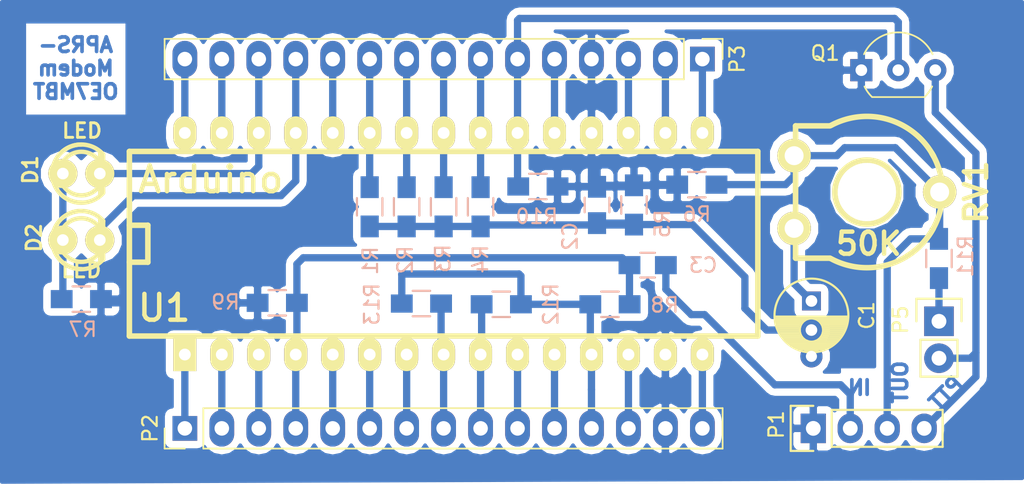
<source format=kicad_pcb>
(kicad_pcb (version 4) (host pcbnew 4.0.4-stable)

  (general
    (links 73)
    (no_connects 3)
    (area 116.84 88.646 187.198001 122.152)
    (thickness 1.6)
    (drawings 4)
    (tracks 132)
    (zones 0)
    (modules 25)
    (nets 37)
  )

  (page A4)
  (layers
    (0 F.Cu signal)
    (31 B.Cu signal)
    (32 B.Adhes user)
    (33 F.Adhes user)
    (34 B.Paste user)
    (35 F.Paste user)
    (36 B.SilkS user)
    (37 F.SilkS user)
    (38 B.Mask user)
    (39 F.Mask user)
    (40 Dwgs.User user)
    (41 Cmts.User user)
    (42 Eco1.User user)
    (43 Eco2.User user)
    (44 Edge.Cuts user)
    (45 Margin user)
    (46 B.CrtYd user)
    (47 F.CrtYd user)
    (48 B.Fab user)
    (49 F.Fab user)
  )

  (setup
    (last_trace_width 0.5)
    (trace_clearance 0.5)
    (zone_clearance 0.508)
    (zone_45_only no)
    (trace_min 0.2)
    (segment_width 0.2)
    (edge_width 0.15)
    (via_size 1)
    (via_drill 0.8)
    (via_min_size 0.4)
    (via_min_drill 0.3)
    (uvia_size 1)
    (uvia_drill 0.5)
    (uvias_allowed no)
    (uvia_min_size 0.2)
    (uvia_min_drill 0.1)
    (pcb_text_width 0.3)
    (pcb_text_size 1.5 1.5)
    (mod_edge_width 0.15)
    (mod_text_size 1 1)
    (mod_text_width 0.15)
    (pad_size 2.5 1.7)
    (pad_drill 1)
    (pad_to_mask_clearance 0.2)
    (aux_axis_origin 0 0)
    (visible_elements 7FFFFFFF)
    (pcbplotparams
      (layerselection 0x3ffff_80000001)
      (usegerberextensions false)
      (excludeedgelayer true)
      (linewidth 0.100000)
      (plotframeref false)
      (viasonmask false)
      (mode 1)
      (useauxorigin false)
      (hpglpennumber 1)
      (hpglpenspeed 20)
      (hpglpendiameter 15)
      (hpglpenoverlay 2)
      (psnegative false)
      (psa4output false)
      (plotreference true)
      (plotvalue true)
      (plotinvisibletext false)
      (padsonsilk false)
      (subtractmaskfromsilk false)
      (outputformat 1)
      (mirror false)
      (drillshape 0)
      (scaleselection 1)
      (outputdirectory Gerber/))
  )

  (net 0 "")
  (net 1 GND)
  (net 2 "Net-(C1-Pad1)")
  (net 3 "Net-(C1-Pad2)")
  (net 4 OUT)
  (net 5 "Net-(D1-Pad1)")
  (net 6 IN)
  (net 7 +5V)
  (net 8 PTT)
  (net 9 TX)
  (net 10 RX)
  (net 11 D5)
  (net 12 A0)
  (net 13 +3V3)
  (net 14 AREF)
  (net 15 A1)
  (net 16 A2)
  (net 17 A3)
  (net 18 A4)
  (net 19 A5)
  (net 20 A6)
  (net 21 A7)
  (net 22 D6)
  (net 23 D13)
  (net 24 RST)
  (net 25 VIN)
  (net 26 D7)
  (net 27 D8)
  (net 28 D10)
  (net 29 D9)
  (net 30 D11)
  (net 31 D12)
  (net 32 D2)
  (net 33 D3)
  (net 34 D4)
  (net 35 RST1)
  (net 36 "Net-(P5-Pad1)")

  (net_class Default "Dies ist die voreingestellte Netzklasse."
    (clearance 0.5)
    (trace_width 0.5)
    (via_dia 1)
    (via_drill 0.8)
    (uvia_dia 1)
    (uvia_drill 0.5)
    (add_net +3V3)
    (add_net +5V)
    (add_net A0)
    (add_net A1)
    (add_net A2)
    (add_net A3)
    (add_net A4)
    (add_net A5)
    (add_net A6)
    (add_net A7)
    (add_net AREF)
    (add_net D10)
    (add_net D11)
    (add_net D12)
    (add_net D13)
    (add_net D2)
    (add_net D3)
    (add_net D4)
    (add_net D5)
    (add_net D6)
    (add_net D7)
    (add_net D8)
    (add_net D9)
    (add_net GND)
    (add_net IN)
    (add_net "Net-(C1-Pad1)")
    (add_net "Net-(C1-Pad2)")
    (add_net "Net-(D1-Pad1)")
    (add_net "Net-(P5-Pad1)")
    (add_net OUT)
    (add_net PTT)
    (add_net RST)
    (add_net RST1)
    (add_net RX)
    (add_net TX)
    (add_net VIN)
  )

  (module oe7mbt:arduino_mini (layer F.Cu) (tedit 58CEAFC0) (tstamp 589F6924)
    (at 148.59 105.41)
    (descr "30 pins DIL package, elliptical pads, width 600mil (arduino mini)")
    (tags "DIL arduino mini")
    (path /589F68BB)
    (fp_text reference U1 (at -20.4724 4.4196) (layer F.SilkS)
      (effects (font (size 1.778 1.778) (thickness 0.3048)))
    )
    (fp_text value Arduino (at -17.272 -4.4196) (layer F.SilkS)
      (effects (font (size 1.778 1.778) (thickness 0.3048)))
    )
    (fp_line (start -22.86 -6.35) (end 20.32 -6.35) (layer F.SilkS) (width 0.381))
    (fp_line (start 20.32 -6.35) (end 20.32 6.35) (layer F.SilkS) (width 0.381))
    (fp_line (start 20.32 6.35) (end -22.86 6.35) (layer F.SilkS) (width 0.381))
    (fp_line (start -22.86 6.35) (end -22.86 -6.35) (layer F.SilkS) (width 0.381))
    (fp_line (start -22.86 1.27) (end -21.59 1.27) (layer F.SilkS) (width 0.381))
    (fp_line (start -21.59 1.27) (end -21.59 -1.27) (layer F.SilkS) (width 0.381))
    (fp_line (start -21.59 -1.27) (end -22.86 -1.27) (layer F.SilkS) (width 0.381))
    (pad 1 thru_hole rect (at -19.05 7.62) (size 1.5748 2.286) (drill 0.8128) (layers *.Cu *.Mask F.SilkS)
      (net 23 D13))
    (pad 2 thru_hole oval (at -16.51 7.62) (size 1.5748 2.286) (drill 0.8128) (layers *.Cu *.Mask F.SilkS)
      (net 13 +3V3))
    (pad 3 thru_hole oval (at -13.97 7.62) (size 1.5748 2.286) (drill 0.8128) (layers *.Cu *.Mask F.SilkS)
      (net 14 AREF))
    (pad 4 thru_hole oval (at -11.43 7.62) (size 1.5748 2.286) (drill 0.8128) (layers *.Cu *.Mask F.SilkS)
      (net 12 A0))
    (pad 5 thru_hole oval (at -8.89 7.62) (size 1.5748 2.286) (drill 0.8128) (layers *.Cu *.Mask F.SilkS)
      (net 15 A1))
    (pad 6 thru_hole oval (at -6.35 7.62) (size 1.5748 2.286) (drill 0.8128) (layers *.Cu *.Mask F.SilkS)
      (net 16 A2))
    (pad 7 thru_hole oval (at -3.81 7.62) (size 1.5748 2.286) (drill 0.8128) (layers *.Cu *.Mask F.SilkS)
      (net 17 A3))
    (pad 8 thru_hole oval (at -1.27 7.62) (size 1.5748 2.286) (drill 0.8128) (layers *.Cu *.Mask F.SilkS)
      (net 18 A4))
    (pad 9 thru_hole oval (at 1.27 7.62) (size 1.5748 2.286) (drill 0.8128) (layers *.Cu *.Mask F.SilkS)
      (net 19 A5))
    (pad 10 thru_hole oval (at 3.81 7.62) (size 1.5748 2.286) (drill 0.8128) (layers *.Cu *.Mask F.SilkS)
      (net 20 A6))
    (pad 11 thru_hole oval (at 6.35 7.62) (size 1.5748 2.286) (drill 0.8128) (layers *.Cu *.Mask F.SilkS)
      (net 21 A7))
    (pad 12 thru_hole oval (at 8.89 7.62) (size 1.5748 2.286) (drill 0.8128) (layers *.Cu *.Mask F.SilkS)
      (net 7 +5V))
    (pad 13 thru_hole oval (at 11.43 7.62) (size 1.5748 2.286) (drill 0.8128) (layers *.Cu *.Mask F.SilkS)
      (net 24 RST))
    (pad 14 thru_hole oval (at 13.97 7.62) (size 1.5748 2.286) (drill 0.8128) (layers *.Cu *.Mask F.SilkS)
      (net 1 GND))
    (pad 15 thru_hole oval (at 16.51 7.62) (size 1.5748 2.286) (drill 0.8128) (layers *.Cu *.Mask F.SilkS)
      (net 25 VIN))
    (pad 16 thru_hole oval (at 16.51 -7.62) (size 1.5748 2.286) (drill 0.8128) (layers *.Cu *.Mask F.SilkS)
      (net 9 TX))
    (pad 17 thru_hole oval (at 13.97 -7.62) (size 1.5748 2.286) (drill 0.8128) (layers *.Cu *.Mask F.SilkS)
      (net 10 RX))
    (pad 18 thru_hole oval (at 11.43 -7.62) (size 1.5748 2.286) (drill 0.8128) (layers *.Cu *.Mask F.SilkS)
      (net 35 RST1))
    (pad 19 thru_hole oval (at 8.89 -7.62) (size 1.5748 2.286) (drill 0.8128) (layers *.Cu *.Mask F.SilkS)
      (net 1 GND))
    (pad 20 thru_hole oval (at 6.35 -7.62) (size 1.5748 2.286) (drill 0.8128) (layers *.Cu *.Mask F.SilkS)
      (net 32 D2))
    (pad 21 thru_hole oval (at 3.81 -7.62) (size 1.5748 2.286) (drill 0.8128) (layers *.Cu *.Mask F.SilkS)
      (net 33 D3))
    (pad 22 thru_hole oval (at 1.27 -7.62) (size 1.5748 2.286) (drill 0.8128) (layers *.Cu *.Mask F.SilkS)
      (net 34 D4))
    (pad 23 thru_hole oval (at -1.27 -7.62) (size 1.5748 2.286) (drill 0.8128) (layers *.Cu *.Mask F.SilkS)
      (net 11 D5))
    (pad 24 thru_hole oval (at -3.81 -7.62) (size 1.5748 2.286) (drill 0.8128) (layers *.Cu *.Mask F.SilkS)
      (net 22 D6))
    (pad 25 thru_hole oval (at -6.35 -7.62) (size 1.5748 2.286) (drill 0.8128) (layers *.Cu *.Mask F.SilkS)
      (net 26 D7))
    (pad 26 thru_hole oval (at -8.89 -7.62) (size 1.5748 2.286) (drill 0.8128) (layers *.Cu *.Mask F.SilkS)
      (net 27 D8))
    (pad 27 thru_hole oval (at -11.43 -7.62) (size 1.5748 2.286) (drill 0.8128) (layers *.Cu *.Mask F.SilkS)
      (net 29 D9))
    (pad 28 thru_hole oval (at -13.97 -7.62) (size 1.5748 2.286) (drill 0.8128) (layers *.Cu *.Mask F.SilkS)
      (net 28 D10))
    (pad 29 thru_hole oval (at -16.51 -7.62) (size 1.5748 2.286) (drill 0.8128) (layers *.Cu *.Mask F.SilkS)
      (net 30 D11))
    (pad 30 thru_hole oval (at -19.05 -7.62) (size 1.5748 2.286) (drill 0.8128) (layers *.Cu *.Mask F.SilkS)
      (net 31 D12))
    (model arduino_nano.wrl
      (at (xyz -0.978 -0.385 0))
      (scale (xyz 0.3937 0.3937 0.3937))
      (rotate (xyz 0 0 0))
    )
  )

  (module oe7mbt:R_0805_HandSoldering (layer B.Cu) (tedit 58CEAA1C) (tstamp 589F6A51)
    (at 144.78 102.87 90)
    (descr "Resistor SMD 0805, hand soldering")
    (tags "resistor 0805")
    (path /589F6A97)
    (attr smd)
    (fp_text reference R2 (at -3.6576 -0.1016 90) (layer B.SilkS)
      (effects (font (size 1 1) (thickness 0.15)) (justify mirror))
    )
    (fp_text value 2K2 (at -0.0508 0.0508 90) (layer B.Fab)
      (effects (font (size 1 1) (thickness 0.25)) (justify mirror))
    )
    (fp_line (start -1 -0.625) (end -1 0.625) (layer B.Fab) (width 0.1))
    (fp_line (start 1 -0.625) (end -1 -0.625) (layer B.Fab) (width 0.1))
    (fp_line (start 1 0.625) (end 1 -0.625) (layer B.Fab) (width 0.1))
    (fp_line (start -1 0.625) (end 1 0.625) (layer B.Fab) (width 0.1))
    (fp_line (start -2.4 1) (end 2.4 1) (layer B.CrtYd) (width 0.05))
    (fp_line (start -2.4 -1) (end 2.4 -1) (layer B.CrtYd) (width 0.05))
    (fp_line (start -2.4 1) (end -2.4 -1) (layer B.CrtYd) (width 0.05))
    (fp_line (start 2.4 1) (end 2.4 -1) (layer B.CrtYd) (width 0.05))
    (fp_line (start 0.6 -0.875) (end -0.6 -0.875) (layer B.SilkS) (width 0.15))
    (fp_line (start -0.6 0.875) (end 0.6 0.875) (layer B.SilkS) (width 0.15))
    (pad 1 smd rect (at -1.35 0 90) (size 1.5 1.25) (layers B.Cu B.Paste B.Mask)
      (net 3 "Net-(C1-Pad2)"))
    (pad 2 smd rect (at 1.35 0 90) (size 1.5 1.25) (layers B.Cu B.Paste B.Mask)
      (net 22 D6))
    (model Resistors_SMD.3dshapes/R_0805_HandSoldering.wrl
      (at (xyz 0 0 0))
      (scale (xyz 1 1 1))
      (rotate (xyz 0 0 0))
    )
  )

  (module oe7mbt:R_0805_HandSoldering (layer B.Cu) (tedit 58CEAA14) (tstamp 589F6A57)
    (at 147.32 102.87 90)
    (descr "Resistor SMD 0805, hand soldering")
    (tags "resistor 0805")
    (path /589F6AB0)
    (attr smd)
    (fp_text reference R3 (at -3.556 -0.0508 90) (layer B.SilkS)
      (effects (font (size 1 1) (thickness 0.15)) (justify mirror))
    )
    (fp_text value 3K9 (at -0.0508 0.0508 90) (layer B.Fab)
      (effects (font (size 1 1) (thickness 0.25)) (justify mirror))
    )
    (fp_line (start -1 -0.625) (end -1 0.625) (layer B.Fab) (width 0.1))
    (fp_line (start 1 -0.625) (end -1 -0.625) (layer B.Fab) (width 0.1))
    (fp_line (start 1 0.625) (end 1 -0.625) (layer B.Fab) (width 0.1))
    (fp_line (start -1 0.625) (end 1 0.625) (layer B.Fab) (width 0.1))
    (fp_line (start -2.4 1) (end 2.4 1) (layer B.CrtYd) (width 0.05))
    (fp_line (start -2.4 -1) (end 2.4 -1) (layer B.CrtYd) (width 0.05))
    (fp_line (start -2.4 1) (end -2.4 -1) (layer B.CrtYd) (width 0.05))
    (fp_line (start 2.4 1) (end 2.4 -1) (layer B.CrtYd) (width 0.05))
    (fp_line (start 0.6 -0.875) (end -0.6 -0.875) (layer B.SilkS) (width 0.15))
    (fp_line (start -0.6 0.875) (end 0.6 0.875) (layer B.SilkS) (width 0.15))
    (pad 1 smd rect (at -1.35 0 90) (size 1.5 1.25) (layers B.Cu B.Paste B.Mask)
      (net 3 "Net-(C1-Pad2)"))
    (pad 2 smd rect (at 1.35 0 90) (size 1.5 1.25) (layers B.Cu B.Paste B.Mask)
      (net 11 D5))
    (model Resistors_SMD.3dshapes/R_0805_HandSoldering.wrl
      (at (xyz 0 0 0))
      (scale (xyz 1 1 1))
      (rotate (xyz 0 0 0))
    )
  )

  (module oe7mbt:R_0805_HandSoldering (layer B.Cu) (tedit 58CEAA0C) (tstamp 589F6A5D)
    (at 149.86 102.87 90)
    (descr "Resistor SMD 0805, hand soldering")
    (tags "resistor 0805")
    (path /589F6AD6)
    (attr smd)
    (fp_text reference R4 (at -3.6068 0 90) (layer B.SilkS)
      (effects (font (size 1 1) (thickness 0.15)) (justify mirror))
    )
    (fp_text value 8K2 (at -0.0508 0.0508 90) (layer B.Fab)
      (effects (font (size 1 1) (thickness 0.25)) (justify mirror))
    )
    (fp_line (start -1 -0.625) (end -1 0.625) (layer B.Fab) (width 0.1))
    (fp_line (start 1 -0.625) (end -1 -0.625) (layer B.Fab) (width 0.1))
    (fp_line (start 1 0.625) (end 1 -0.625) (layer B.Fab) (width 0.1))
    (fp_line (start -1 0.625) (end 1 0.625) (layer B.Fab) (width 0.1))
    (fp_line (start -2.4 1) (end 2.4 1) (layer B.CrtYd) (width 0.05))
    (fp_line (start -2.4 -1) (end 2.4 -1) (layer B.CrtYd) (width 0.05))
    (fp_line (start -2.4 1) (end -2.4 -1) (layer B.CrtYd) (width 0.05))
    (fp_line (start 2.4 1) (end 2.4 -1) (layer B.CrtYd) (width 0.05))
    (fp_line (start 0.6 -0.875) (end -0.6 -0.875) (layer B.SilkS) (width 0.15))
    (fp_line (start -0.6 0.875) (end 0.6 0.875) (layer B.SilkS) (width 0.15))
    (pad 1 smd rect (at -1.35 0 90) (size 1.5 1.25) (layers B.Cu B.Paste B.Mask)
      (net 3 "Net-(C1-Pad2)"))
    (pad 2 smd rect (at 1.35 0 90) (size 1.5 1.25) (layers B.Cu B.Paste B.Mask)
      (net 34 D4))
    (model Resistors_SMD.3dshapes/R_0805_HandSoldering.wrl
      (at (xyz 0 0 0))
      (scale (xyz 1 1 1))
      (rotate (xyz 0 0 0))
    )
  )

  (module oe7mbt:R_0805_HandSoldering (layer B.Cu) (tedit 58CEA9D9) (tstamp 589F6AE1)
    (at 142.24 102.87 90)
    (descr "Resistor SMD 0805, hand soldering")
    (tags "resistor 0805")
    (path /589F6A22)
    (attr smd)
    (fp_text reference R1 (at -3.7084 0.0508 90) (layer B.SilkS)
      (effects (font (size 1 1) (thickness 0.15)) (justify mirror))
    )
    (fp_text value 1K (at -0.1016 0.0508 90) (layer B.Fab)
      (effects (font (size 1 1) (thickness 0.25)) (justify mirror))
    )
    (fp_line (start -1 -0.625) (end -1 0.625) (layer B.Fab) (width 0.1))
    (fp_line (start 1 -0.625) (end -1 -0.625) (layer B.Fab) (width 0.1))
    (fp_line (start 1 0.625) (end 1 -0.625) (layer B.Fab) (width 0.1))
    (fp_line (start -1 0.625) (end 1 0.625) (layer B.Fab) (width 0.1))
    (fp_line (start -2.4 1) (end 2.4 1) (layer B.CrtYd) (width 0.05))
    (fp_line (start -2.4 -1) (end 2.4 -1) (layer B.CrtYd) (width 0.05))
    (fp_line (start -2.4 1) (end -2.4 -1) (layer B.CrtYd) (width 0.05))
    (fp_line (start 2.4 1) (end 2.4 -1) (layer B.CrtYd) (width 0.05))
    (fp_line (start 0.6 -0.875) (end -0.6 -0.875) (layer B.SilkS) (width 0.15))
    (fp_line (start -0.6 0.875) (end 0.6 0.875) (layer B.SilkS) (width 0.15))
    (pad 1 smd rect (at -1.35 0 90) (size 1.5 1.25) (layers B.Cu B.Paste B.Mask)
      (net 3 "Net-(C1-Pad2)"))
    (pad 2 smd rect (at 1.35 0 90) (size 1.5 1.25) (layers B.Cu B.Paste B.Mask)
      (net 26 D7))
    (model Resistors_SMD.3dshapes/R_0805_HandSoldering.wrl
      (at (xyz 0 0 0))
      (scale (xyz 1 1 1))
      (rotate (xyz 0 0 0))
    )
  )

  (module oe7mbt:C_Radial_D5_L11_P2 (layer F.Cu) (tedit 58CEAECF) (tstamp 589F6EE9)
    (at 172.593 109.347 270)
    (descr "Radial Electrolytic Capacitor 5mm x Length 11mm, Pitch 2mm/5mm")
    (tags "Electrolytic Capacitor")
    (path /589F7490)
    (fp_text reference C1 (at 1 -3.8 270) (layer F.SilkS)
      (effects (font (size 1 1) (thickness 0.15)))
    )
    (fp_text value 4.7uF (at 4.0386 -3.2258 360) (layer F.Fab)
      (effects (font (size 1 1) (thickness 0.15)))
    )
    (fp_line (start 1.075 -2.499) (end 1.075 2.499) (layer F.SilkS) (width 0.15))
    (fp_line (start 1.215 -2.491) (end 1.215 -0.154) (layer F.SilkS) (width 0.15))
    (fp_line (start 1.215 0.154) (end 1.215 2.491) (layer F.SilkS) (width 0.15))
    (fp_line (start 1.355 -2.475) (end 1.355 -0.473) (layer F.SilkS) (width 0.15))
    (fp_line (start 1.355 0.473) (end 1.355 2.475) (layer F.SilkS) (width 0.15))
    (fp_line (start 1.495 -2.451) (end 1.495 -0.62) (layer F.SilkS) (width 0.15))
    (fp_line (start 1.495 0.62) (end 1.495 2.451) (layer F.SilkS) (width 0.15))
    (fp_line (start 1.635 -2.418) (end 1.635 -0.712) (layer F.SilkS) (width 0.15))
    (fp_line (start 1.635 0.712) (end 1.635 2.418) (layer F.SilkS) (width 0.15))
    (fp_line (start 1.775 -2.377) (end 1.775 -0.768) (layer F.SilkS) (width 0.15))
    (fp_line (start 1.775 0.768) (end 1.775 2.377) (layer F.SilkS) (width 0.15))
    (fp_line (start 1.915 -2.327) (end 1.915 -0.795) (layer F.SilkS) (width 0.15))
    (fp_line (start 1.915 0.795) (end 1.915 2.327) (layer F.SilkS) (width 0.15))
    (fp_line (start 2.055 -2.266) (end 2.055 -0.798) (layer F.SilkS) (width 0.15))
    (fp_line (start 2.055 0.798) (end 2.055 2.266) (layer F.SilkS) (width 0.15))
    (fp_line (start 2.195 -2.196) (end 2.195 -0.776) (layer F.SilkS) (width 0.15))
    (fp_line (start 2.195 0.776) (end 2.195 2.196) (layer F.SilkS) (width 0.15))
    (fp_line (start 2.335 -2.114) (end 2.335 -0.726) (layer F.SilkS) (width 0.15))
    (fp_line (start 2.335 0.726) (end 2.335 2.114) (layer F.SilkS) (width 0.15))
    (fp_line (start 2.475 -2.019) (end 2.475 -0.644) (layer F.SilkS) (width 0.15))
    (fp_line (start 2.475 0.644) (end 2.475 2.019) (layer F.SilkS) (width 0.15))
    (fp_line (start 2.615 -1.908) (end 2.615 -0.512) (layer F.SilkS) (width 0.15))
    (fp_line (start 2.615 0.512) (end 2.615 1.908) (layer F.SilkS) (width 0.15))
    (fp_line (start 2.755 -1.78) (end 2.755 -0.265) (layer F.SilkS) (width 0.15))
    (fp_line (start 2.755 0.265) (end 2.755 1.78) (layer F.SilkS) (width 0.15))
    (fp_line (start 2.895 -1.631) (end 2.895 1.631) (layer F.SilkS) (width 0.15))
    (fp_line (start 3.035 -1.452) (end 3.035 1.452) (layer F.SilkS) (width 0.15))
    (fp_line (start 3.175 -1.233) (end 3.175 1.233) (layer F.SilkS) (width 0.15))
    (fp_line (start 3.315 -0.944) (end 3.315 0.944) (layer F.SilkS) (width 0.15))
    (fp_line (start 3.455 -0.472) (end 3.455 0.472) (layer F.SilkS) (width 0.15))
    (fp_circle (center 2 0) (end 2 -0.8) (layer F.SilkS) (width 0.15))
    (fp_circle (center 1 0) (end 1 -2.5375) (layer F.SilkS) (width 0.15))
    (fp_circle (center 1 0) (end 1 -2.8) (layer F.CrtYd) (width 0.05))
    (pad 1 thru_hole rect (at 0 0 270) (size 1.3 1.3) (drill 0.8) (layers *.Cu *.Mask)
      (net 2 "Net-(C1-Pad1)"))
    (pad 2 thru_hole circle (at 2 0 270) (size 1.524 1.524) (drill 0.8) (layers *.Cu *.Mask)
      (net 3 "Net-(C1-Pad2)"))
    (pad 2 thru_hole circle (at 3.81 0 270) (size 1.524 1.524) (drill 0.762) (layers *.Cu *.Mask)
      (net 3 "Net-(C1-Pad2)"))
    (model Capacitors_ThroughHole.3dshapes/C_Radial_D5_L11_P2.wrl
      (at (xyz 0 0 0))
      (scale (xyz 1 1 1))
      (rotate (xyz 0 0 0))
    )
  )

  (module oe7mbt:C_0805_HandSoldering (layer B.Cu) (tedit 58CEAA7C) (tstamp 589F6EEF)
    (at 157.861 102.743 90)
    (descr "Capacitor SMD 0805, hand soldering")
    (tags "capacitor 0805")
    (path /589F77DD)
    (attr smd)
    (fp_text reference C2 (at -2.159 -1.8542 90) (layer B.SilkS)
      (effects (font (size 1 1) (thickness 0.15)) (justify mirror))
    )
    (fp_text value 100n (at 0.0254 0.0254 90) (layer B.Fab)
      (effects (font (size 1 1) (thickness 0.25)) (justify mirror))
    )
    (fp_line (start -1 -0.625) (end -1 0.625) (layer B.Fab) (width 0.15))
    (fp_line (start 1 -0.625) (end -1 -0.625) (layer B.Fab) (width 0.15))
    (fp_line (start 1 0.625) (end 1 -0.625) (layer B.Fab) (width 0.15))
    (fp_line (start -1 0.625) (end 1 0.625) (layer B.Fab) (width 0.15))
    (fp_line (start -2.3 1) (end 2.3 1) (layer B.CrtYd) (width 0.05))
    (fp_line (start -2.3 -1) (end 2.3 -1) (layer B.CrtYd) (width 0.05))
    (fp_line (start -2.3 1) (end -2.3 -1) (layer B.CrtYd) (width 0.05))
    (fp_line (start 2.3 1) (end 2.3 -1) (layer B.CrtYd) (width 0.05))
    (fp_line (start 0.5 0.85) (end -0.5 0.85) (layer B.SilkS) (width 0.15))
    (fp_line (start -0.5 -0.85) (end 0.5 -0.85) (layer B.SilkS) (width 0.15))
    (pad 1 smd rect (at -1.25 0 90) (size 1.5 1.25) (layers B.Cu B.Paste B.Mask)
      (net 3 "Net-(C1-Pad2)"))
    (pad 2 smd rect (at 1.25 0 90) (size 1.5 1.25) (layers B.Cu B.Paste B.Mask)
      (net 1 GND))
    (model Capacitors_SMD.3dshapes/C_0805_HandSoldering.wrl
      (at (xyz 0 0 0))
      (scale (xyz 1 1 1))
      (rotate (xyz 0 0 0))
    )
  )

  (module oe7mbt:Pin_Header_Straight_1x04 (layer F.Cu) (tedit 58A0E3F2) (tstamp 589F6EF7)
    (at 172.72 118.11 90)
    (descr "Through hole pin header")
    (tags "pin header")
    (path /589F8292)
    (fp_text reference P1 (at 0.254 -2.54 90) (layer F.SilkS)
      (effects (font (size 1 1) (thickness 0.15)))
    )
    (fp_text value Radio (at -2.667 3.937 180) (layer F.Fab)
      (effects (font (size 1 1) (thickness 0.15)))
    )
    (fp_line (start -1.75 -1.75) (end -1.75 9.4) (layer F.CrtYd) (width 0.05))
    (fp_line (start 1.75 -1.75) (end 1.75 9.4) (layer F.CrtYd) (width 0.05))
    (fp_line (start -1.75 -1.75) (end 1.75 -1.75) (layer F.CrtYd) (width 0.05))
    (fp_line (start -1.75 9.4) (end 1.75 9.4) (layer F.CrtYd) (width 0.05))
    (fp_line (start -1.27 1.27) (end -1.27 8.89) (layer F.SilkS) (width 0.15))
    (fp_line (start 1.27 1.27) (end 1.27 8.89) (layer F.SilkS) (width 0.15))
    (fp_line (start 1.55 -1.55) (end 1.55 0) (layer F.SilkS) (width 0.15))
    (fp_line (start -1.27 8.89) (end 1.27 8.89) (layer F.SilkS) (width 0.15))
    (fp_line (start 1.27 1.27) (end -1.27 1.27) (layer F.SilkS) (width 0.15))
    (fp_line (start -1.55 0) (end -1.55 -1.55) (layer F.SilkS) (width 0.15))
    (fp_line (start -1.55 -1.55) (end 1.55 -1.55) (layer F.SilkS) (width 0.15))
    (pad 1 thru_hole rect (at 0 0 90) (size 2.032 1.7272) (drill 1.016) (layers *.Cu *.Mask)
      (net 1 GND))
    (pad 2 thru_hole oval (at 0 2.54 90) (size 2.032 1.7272) (drill 1.016) (layers *.Cu *.Mask)
      (net 6 IN))
    (pad 3 thru_hole oval (at 0 5.08 90) (size 2.032 1.7272) (drill 1.016) (layers *.Cu *.Mask)
      (net 4 OUT))
    (pad 4 thru_hole oval (at 0 7.62 90) (size 2.032 1.7272) (drill 1.016) (layers *.Cu *.Mask)
      (net 8 PTT))
    (model Pin_Headers.3dshapes/Pin_Header_Straight_1x04.wrl
      (at (xyz 0 -0.15 0))
      (scale (xyz 1 1 1))
      (rotate (xyz 0 0 90))
    )
  )

  (module oe7mbt:R_0805_HandSoldering (layer B.Cu) (tedit 58CEAA2A) (tstamp 589F6EFD)
    (at 160.401 102.743 270)
    (descr "Resistor SMD 0805, hand soldering")
    (tags "resistor 0805")
    (path /589F758D)
    (attr smd)
    (fp_text reference R5 (at 1.2954 -1.9558 270) (layer B.SilkS)
      (effects (font (size 1 1) (thickness 0.15)) (justify mirror))
    )
    (fp_text value 270 (at -0.0254 -0.0762 270) (layer B.Fab)
      (effects (font (size 1 1) (thickness 0.25)) (justify mirror))
    )
    (fp_line (start -1 -0.625) (end -1 0.625) (layer B.Fab) (width 0.1))
    (fp_line (start 1 -0.625) (end -1 -0.625) (layer B.Fab) (width 0.1))
    (fp_line (start 1 0.625) (end 1 -0.625) (layer B.Fab) (width 0.1))
    (fp_line (start -1 0.625) (end 1 0.625) (layer B.Fab) (width 0.1))
    (fp_line (start -2.4 1) (end 2.4 1) (layer B.CrtYd) (width 0.05))
    (fp_line (start -2.4 -1) (end 2.4 -1) (layer B.CrtYd) (width 0.05))
    (fp_line (start -2.4 1) (end -2.4 -1) (layer B.CrtYd) (width 0.05))
    (fp_line (start 2.4 1) (end 2.4 -1) (layer B.CrtYd) (width 0.05))
    (fp_line (start 0.6 -0.875) (end -0.6 -0.875) (layer B.SilkS) (width 0.15))
    (fp_line (start -0.6 0.875) (end 0.6 0.875) (layer B.SilkS) (width 0.15))
    (pad 1 smd rect (at -1.35 0 270) (size 1.5 1.25) (layers B.Cu B.Paste B.Mask)
      (net 1 GND))
    (pad 2 smd rect (at 1.35 0 270) (size 1.5 1.25) (layers B.Cu B.Paste B.Mask)
      (net 3 "Net-(C1-Pad2)"))
    (model Resistors_SMD.3dshapes/R_0805_HandSoldering.wrl
      (at (xyz 0 0 0))
      (scale (xyz 1 1 1))
      (rotate (xyz 0 0 0))
    )
  )

  (module oe7mbt:R_0805_HandSoldering (layer B.Cu) (tedit 58CEAAB3) (tstamp 589F6F03)
    (at 164.719 101.346)
    (descr "Resistor SMD 0805, hand soldering")
    (tags "resistor 0805")
    (path /589F7ED4)
    (attr smd)
    (fp_text reference R6 (at 0 2.032) (layer B.SilkS)
      (effects (font (size 1 1) (thickness 0.15)) (justify mirror))
    )
    (fp_text value 1K (at -0.0254 0.0508) (layer B.Fab)
      (effects (font (size 1 1) (thickness 0.25)) (justify mirror))
    )
    (fp_line (start -1 -0.625) (end -1 0.625) (layer B.Fab) (width 0.1))
    (fp_line (start 1 -0.625) (end -1 -0.625) (layer B.Fab) (width 0.1))
    (fp_line (start 1 0.625) (end 1 -0.625) (layer B.Fab) (width 0.1))
    (fp_line (start -1 0.625) (end 1 0.625) (layer B.Fab) (width 0.1))
    (fp_line (start -2.4 1) (end 2.4 1) (layer B.CrtYd) (width 0.05))
    (fp_line (start -2.4 -1) (end 2.4 -1) (layer B.CrtYd) (width 0.05))
    (fp_line (start -2.4 1) (end -2.4 -1) (layer B.CrtYd) (width 0.05))
    (fp_line (start 2.4 1) (end 2.4 -1) (layer B.CrtYd) (width 0.05))
    (fp_line (start 0.6 -0.875) (end -0.6 -0.875) (layer B.SilkS) (width 0.15))
    (fp_line (start -0.6 0.875) (end 0.6 0.875) (layer B.SilkS) (width 0.15))
    (pad 1 smd rect (at -1.35 0) (size 1.5 1.25) (layers B.Cu B.Paste B.Mask)
      (net 1 GND))
    (pad 2 smd rect (at 1.35 0) (size 1.5 1.25) (layers B.Cu B.Paste B.Mask)
      (net 4 OUT))
    (model Resistors_SMD.3dshapes/R_0805_HandSoldering.wrl
      (at (xyz 0 0 0))
      (scale (xyz 1 1 1))
      (rotate (xyz 0 0 0))
    )
  )

  (module oe7mbt:R_0805_HandSoldering (layer B.Cu) (tedit 58CEAA47) (tstamp 589F71D3)
    (at 122.428 109.22 180)
    (descr "Resistor SMD 0805, hand soldering")
    (tags "resistor 0805")
    (path /589F8D8D)
    (attr smd)
    (fp_text reference R7 (at -0.1016 -2.0828 180) (layer B.SilkS)
      (effects (font (size 1 1) (thickness 0.15)) (justify mirror))
    )
    (fp_text value 270 (at -0.0508 -0.0508 180) (layer B.Fab)
      (effects (font (size 1 1) (thickness 0.25)) (justify mirror))
    )
    (fp_line (start -1 -0.625) (end -1 0.625) (layer B.Fab) (width 0.1))
    (fp_line (start 1 -0.625) (end -1 -0.625) (layer B.Fab) (width 0.1))
    (fp_line (start 1 0.625) (end 1 -0.625) (layer B.Fab) (width 0.1))
    (fp_line (start -1 0.625) (end 1 0.625) (layer B.Fab) (width 0.1))
    (fp_line (start -2.4 1) (end 2.4 1) (layer B.CrtYd) (width 0.05))
    (fp_line (start -2.4 -1) (end 2.4 -1) (layer B.CrtYd) (width 0.05))
    (fp_line (start -2.4 1) (end -2.4 -1) (layer B.CrtYd) (width 0.05))
    (fp_line (start 2.4 1) (end 2.4 -1) (layer B.CrtYd) (width 0.05))
    (fp_line (start 0.6 -0.875) (end -0.6 -0.875) (layer B.SilkS) (width 0.15))
    (fp_line (start -0.6 0.875) (end 0.6 0.875) (layer B.SilkS) (width 0.15))
    (pad 1 smd rect (at -1.35 0 180) (size 1.5 1.25) (layers B.Cu B.Paste B.Mask)
      (net 1 GND))
    (pad 2 smd rect (at 1.35 0 180) (size 1.5 1.25) (layers B.Cu B.Paste B.Mask)
      (net 5 "Net-(D1-Pad1)"))
    (model Resistors_SMD.3dshapes/R_0805_HandSoldering.wrl
      (at (xyz 0 0 0))
      (scale (xyz 1 1 1))
      (rotate (xyz 0 0 0))
    )
  )

  (module oe7mbt:C_0805_HandSoldering (layer B.Cu) (tedit 58CEAD61) (tstamp 589F7386)
    (at 161.3408 106.8832)
    (descr "Capacitor SMD 0805, hand soldering")
    (tags "capacitor 0805")
    (path /589FB8CD)
    (attr smd)
    (fp_text reference C3 (at 3.81 0) (layer B.SilkS)
      (effects (font (size 1 1) (thickness 0.15)) (justify mirror))
    )
    (fp_text value 1uF (at 0.0508 0.0508) (layer B.Fab)
      (effects (font (size 1 1) (thickness 0.25)) (justify mirror))
    )
    (fp_line (start -1 -0.625) (end -1 0.625) (layer B.Fab) (width 0.15))
    (fp_line (start 1 -0.625) (end -1 -0.625) (layer B.Fab) (width 0.15))
    (fp_line (start 1 0.625) (end 1 -0.625) (layer B.Fab) (width 0.15))
    (fp_line (start -1 0.625) (end 1 0.625) (layer B.Fab) (width 0.15))
    (fp_line (start -2.3 1) (end 2.3 1) (layer B.CrtYd) (width 0.05))
    (fp_line (start -2.3 -1) (end 2.3 -1) (layer B.CrtYd) (width 0.05))
    (fp_line (start -2.3 1) (end -2.3 -1) (layer B.CrtYd) (width 0.05))
    (fp_line (start 2.3 1) (end 2.3 -1) (layer B.CrtYd) (width 0.05))
    (fp_line (start 0.5 0.85) (end -0.5 0.85) (layer B.SilkS) (width 0.15))
    (fp_line (start -0.5 -0.85) (end 0.5 -0.85) (layer B.SilkS) (width 0.15))
    (pad 1 smd rect (at -1.25 0) (size 1.5 1.25) (layers B.Cu B.Paste B.Mask)
      (net 12 A0))
    (pad 2 smd rect (at 1.25 0) (size 1.5 1.25) (layers B.Cu B.Paste B.Mask)
      (net 6 IN))
    (model Capacitors_SMD.3dshapes/C_0805_HandSoldering.wrl
      (at (xyz 0 0 0))
      (scale (xyz 1 1 1))
      (rotate (xyz 0 0 0))
    )
  )

  (module oe7mbt:R_0805_HandSoldering (layer B.Cu) (tedit 58CEAA9F) (tstamp 589F738C)
    (at 158.75 109.5756 180)
    (descr "Resistor SMD 0805, hand soldering")
    (tags "resistor 0805")
    (path /589FAAFC)
    (attr smd)
    (fp_text reference R8 (at -3.7592 -0.0508 180) (layer B.SilkS)
      (effects (font (size 1 1) (thickness 0.15)) (justify mirror))
    )
    (fp_text value 100K (at -0.1524 -0.0508 180) (layer B.Fab)
      (effects (font (size 1 1) (thickness 0.25)) (justify mirror))
    )
    (fp_line (start -1 -0.625) (end -1 0.625) (layer B.Fab) (width 0.1))
    (fp_line (start 1 -0.625) (end -1 -0.625) (layer B.Fab) (width 0.1))
    (fp_line (start 1 0.625) (end 1 -0.625) (layer B.Fab) (width 0.1))
    (fp_line (start -1 0.625) (end 1 0.625) (layer B.Fab) (width 0.1))
    (fp_line (start -2.4 1) (end 2.4 1) (layer B.CrtYd) (width 0.05))
    (fp_line (start -2.4 -1) (end 2.4 -1) (layer B.CrtYd) (width 0.05))
    (fp_line (start -2.4 1) (end -2.4 -1) (layer B.CrtYd) (width 0.05))
    (fp_line (start 2.4 1) (end 2.4 -1) (layer B.CrtYd) (width 0.05))
    (fp_line (start 0.6 -0.875) (end -0.6 -0.875) (layer B.SilkS) (width 0.15))
    (fp_line (start -0.6 0.875) (end 0.6 0.875) (layer B.SilkS) (width 0.15))
    (pad 1 smd rect (at -1.35 0 180) (size 1.5 1.25) (layers B.Cu B.Paste B.Mask)
      (net 12 A0))
    (pad 2 smd rect (at 1.35 0 180) (size 1.5 1.25) (layers B.Cu B.Paste B.Mask)
      (net 7 +5V))
    (model Resistors_SMD.3dshapes/R_0805_HandSoldering.wrl
      (at (xyz 0 0 0))
      (scale (xyz 1 1 1))
      (rotate (xyz 0 0 0))
    )
  )

  (module oe7mbt:R_0805_HandSoldering (layer B.Cu) (tedit 58CEAAAA) (tstamp 589F7392)
    (at 135.89 109.474)
    (descr "Resistor SMD 0805, hand soldering")
    (tags "resistor 0805")
    (path /589FA981)
    (attr smd)
    (fp_text reference R9 (at -3.556 -0.0508) (layer B.SilkS)
      (effects (font (size 1 1) (thickness 0.15)) (justify mirror))
    )
    (fp_text value 100K (at 0.0508 0.0508) (layer B.Fab)
      (effects (font (size 1 1) (thickness 0.25)) (justify mirror))
    )
    (fp_line (start -1 -0.625) (end -1 0.625) (layer B.Fab) (width 0.1))
    (fp_line (start 1 -0.625) (end -1 -0.625) (layer B.Fab) (width 0.1))
    (fp_line (start 1 0.625) (end 1 -0.625) (layer B.Fab) (width 0.1))
    (fp_line (start -1 0.625) (end 1 0.625) (layer B.Fab) (width 0.1))
    (fp_line (start -2.4 1) (end 2.4 1) (layer B.CrtYd) (width 0.05))
    (fp_line (start -2.4 -1) (end 2.4 -1) (layer B.CrtYd) (width 0.05))
    (fp_line (start -2.4 1) (end -2.4 -1) (layer B.CrtYd) (width 0.05))
    (fp_line (start 2.4 1) (end 2.4 -1) (layer B.CrtYd) (width 0.05))
    (fp_line (start 0.6 -0.875) (end -0.6 -0.875) (layer B.SilkS) (width 0.15))
    (fp_line (start -0.6 0.875) (end 0.6 0.875) (layer B.SilkS) (width 0.15))
    (pad 1 smd rect (at -1.35 0) (size 1.5 1.25) (layers B.Cu B.Paste B.Mask)
      (net 1 GND))
    (pad 2 smd rect (at 1.35 0) (size 1.5 1.25) (layers B.Cu B.Paste B.Mask)
      (net 12 A0))
    (model Resistors_SMD.3dshapes/R_0805_HandSoldering.wrl
      (at (xyz 0 0 0))
      (scale (xyz 1 1 1))
      (rotate (xyz 0 0 0))
    )
  )

  (module oe7mbt:R_0805_HandSoldering (layer B.Cu) (tedit 58CEAA63) (tstamp 589F7652)
    (at 153.797 101.473 180)
    (descr "Resistor SMD 0805, hand soldering")
    (tags "resistor 0805")
    (path /589FD9C1)
    (attr smd)
    (fp_text reference R10 (at 0.0762 -2.0574 180) (layer B.SilkS)
      (effects (font (size 1 1) (thickness 0.15)) (justify mirror))
    )
    (fp_text value 10K (at 0.0762 -0.0762 180) (layer B.Fab)
      (effects (font (size 1 1) (thickness 0.25)) (justify mirror))
    )
    (fp_line (start -1 -0.625) (end -1 0.625) (layer B.Fab) (width 0.1))
    (fp_line (start 1 -0.625) (end -1 -0.625) (layer B.Fab) (width 0.1))
    (fp_line (start 1 0.625) (end 1 -0.625) (layer B.Fab) (width 0.1))
    (fp_line (start -1 0.625) (end 1 0.625) (layer B.Fab) (width 0.1))
    (fp_line (start -2.4 1) (end 2.4 1) (layer B.CrtYd) (width 0.05))
    (fp_line (start -2.4 -1) (end 2.4 -1) (layer B.CrtYd) (width 0.05))
    (fp_line (start -2.4 1) (end -2.4 -1) (layer B.CrtYd) (width 0.05))
    (fp_line (start 2.4 1) (end 2.4 -1) (layer B.CrtYd) (width 0.05))
    (fp_line (start 0.6 -0.875) (end -0.6 -0.875) (layer B.SilkS) (width 0.15))
    (fp_line (start -0.6 0.875) (end 0.6 0.875) (layer B.SilkS) (width 0.15))
    (pad 1 smd rect (at -1.35 0 180) (size 1.5 1.25) (layers B.Cu B.Paste B.Mask)
      (net 1 GND))
    (pad 2 smd rect (at 1.35 0 180) (size 1.5 1.25) (layers B.Cu B.Paste B.Mask)
      (net 33 D3))
    (model Resistors_SMD.3dshapes/R_0805_HandSoldering.wrl
      (at (xyz 0 0 0))
      (scale (xyz 1 1 1))
      (rotate (xyz 0 0 0))
    )
  )

  (module TO_SOT_Packages_THT:TO-92_Inline_Wide (layer F.Cu) (tedit 58CEAFE3) (tstamp 589F786D)
    (at 176.022 93.472)
    (descr "TO-92 leads in-line, wide, drill 0.8mm (see NXP sot054_po.pdf)")
    (tags "to-92 sc-43 sc-43a sot54 PA33 transistor")
    (path /589FEADE)
    (fp_text reference Q1 (at -2.4892 -1.1684 180) (layer F.SilkS)
      (effects (font (size 1 1) (thickness 0.15)))
    )
    (fp_text value 2N7000 (at 7.3152 -0.2032 90) (layer F.Fab)
      (effects (font (size 1 1) (thickness 0.15)))
    )
    (fp_line (start -1.1 -3) (end 6.1 -3) (layer F.CrtYd) (width 0.05))
    (fp_line (start 6.1 -3) (end 6.1 2.3) (layer F.CrtYd) (width 0.05))
    (fp_line (start 6.1 2.3) (end -1.1 2.3) (layer F.CrtYd) (width 0.05))
    (fp_line (start -1.1 2.3) (end -1.1 -3) (layer F.CrtYd) (width 0.05))
    (fp_line (start 0.74 1.85) (end 4.34 1.85) (layer F.SilkS) (width 0.12))
    (fp_line (start 0.8 1.75) (end 4.3 1.75) (layer F.Fab) (width 0.1))
    (fp_arc (start 2.54 0) (end 0.74 1.85) (angle 20) (layer F.SilkS) (width 0.12))
    (fp_arc (start 2.54 0) (end 2.54 -2.6) (angle -65) (layer F.SilkS) (width 0.12))
    (fp_arc (start 2.54 0) (end 2.54 -2.6) (angle 65) (layer F.SilkS) (width 0.12))
    (fp_arc (start 2.54 0) (end 2.54 -2.48) (angle 135) (layer F.Fab) (width 0.1))
    (fp_arc (start 2.54 0) (end 2.54 -2.48) (angle -135) (layer F.Fab) (width 0.1))
    (fp_arc (start 2.54 0) (end 4.34 1.85) (angle -20) (layer F.SilkS) (width 0.12))
    (pad 2 thru_hole circle (at 2.54 0 90) (size 1.524 1.524) (drill 0.8) (layers *.Cu *.Mask)
      (net 33 D3))
    (pad 3 thru_hole circle (at 5.08 0 90) (size 1.524 1.524) (drill 0.8) (layers *.Cu *.Mask)
      (net 8 PTT))
    (pad 1 thru_hole rect (at 0 0 90) (size 1.524 1.524) (drill 0.8) (layers *.Cu *.Mask)
      (net 1 GND))
    (model TO_SOT_Packages_THT.3dshapes/TO-92_Inline_Wide.wrl
      (at (xyz 0.1 0 0))
      (scale (xyz 1 1 1))
      (rotate (xyz 0 0 -90))
    )
  )

  (module w_indicators:led_3mm_green (layer F.Cu) (tedit 58CEAEA8) (tstamp 589F79E9)
    (at 122.428 100.584 90)
    (descr "3mm green led")
    (tags led)
    (path /589F8AB2)
    (fp_text reference D1 (at 0.254 -3.5052 90) (layer F.SilkS)
      (effects (font (size 1 1) (thickness 0.2)))
    )
    (fp_text value LED (at 2.9464 0.0508 180) (layer F.SilkS)
      (effects (font (size 1 1) (thickness 0.2)))
    )
    (fp_arc (start 0 0) (end 1.50876 -1.31064) (angle 90) (layer F.SilkS) (width 0.29972))
    (fp_arc (start 0 0) (end -1.33096 1.50114) (angle 90) (layer F.SilkS) (width 0.29972))
    (fp_arc (start 0 0) (end 0 -1.99898) (angle 90) (layer F.SilkS) (width 0.29972))
    (fp_arc (start 0 0) (end -1.99898 0) (angle 90) (layer F.SilkS) (width 0.29972))
    (fp_line (start -1.50114 1.30048) (end 1.50114 1.30048) (layer F.SilkS) (width 0.29972))
    (fp_line (start -1.30048 1.50114) (end 1.30048 1.50114) (layer F.SilkS) (width 0.29972))
    (fp_circle (center 0 0) (end -1.50114 0) (layer F.SilkS) (width 0.29972))
    (pad 1 thru_hole circle (at 0 -1.27 90) (size 1.99898 1.99898) (drill 0.8001) (layers *.Cu *.Mask F.SilkS)
      (net 5 "Net-(D1-Pad1)"))
    (pad 2 thru_hole circle (at 0 1.27 90) (size 1.99898 1.99898) (drill 0.8001) (layers *.Cu *.Mask F.SilkS)
      (net 28 D10))
    (model oe7mbt.3dshapes/indicators/led_3mm_green.wrl
      (at (xyz 0 0 0))
      (scale (xyz 1 1 1))
      (rotate (xyz 0 0 0))
    )
  )

  (module w_indicators:led_3mm_red (layer F.Cu) (tedit 58CEAEB0) (tstamp 589F79EF)
    (at 122.428 105.156 90)
    (descr "3mm red led")
    (tags led)
    (path /589F8D23)
    (fp_text reference D2 (at 0.1524 -3.2512 90) (layer F.SilkS)
      (effects (font (size 1 1) (thickness 0.2)))
    )
    (fp_text value LED (at -2.0828 0 180) (layer F.SilkS)
      (effects (font (size 1 1) (thickness 0.2)))
    )
    (fp_arc (start 0 0) (end 1.50876 -1.31064) (angle 90) (layer F.SilkS) (width 0.29972))
    (fp_arc (start 0 0) (end -1.33096 1.50114) (angle 90) (layer F.SilkS) (width 0.29972))
    (fp_arc (start 0 0) (end 0 -1.99898) (angle 90) (layer F.SilkS) (width 0.29972))
    (fp_arc (start 0 0) (end -1.99898 0) (angle 90) (layer F.SilkS) (width 0.29972))
    (fp_line (start -1.50114 1.30048) (end 1.50114 1.30048) (layer F.SilkS) (width 0.29972))
    (fp_line (start -1.30048 1.50114) (end 1.30048 1.50114) (layer F.SilkS) (width 0.29972))
    (fp_circle (center 0 0) (end -1.50114 0) (layer F.SilkS) (width 0.29972))
    (pad 1 thru_hole circle (at 0 -1.27 90) (size 1.99898 1.99898) (drill 0.8001) (layers *.Cu *.Mask F.SilkS)
      (net 5 "Net-(D1-Pad1)"))
    (pad 2 thru_hole circle (at 0 1.27 90) (size 1.99898 1.99898) (drill 0.8001) (layers *.Cu *.Mask F.SilkS)
      (net 29 D9))
    (model oe7mbt.3dshapes/indicators/led_3mm_red.wrl
      (at (xyz 0 0 0))
      (scale (xyz 1 1 1))
      (rotate (xyz 0 0 0))
    )
  )

  (module w_pth_resistors:trimmer_piher_pt10xv10 (layer F.Cu) (tedit 58CEAED9) (tstamp 589F79F7)
    (at 176.403 101.854 90)
    (descr "trimmer, Piher PT10-xV10")
    (tags trimmer)
    (path /589F7C0A)
    (fp_text reference RV1 (at 0 7.5 90) (layer F.SilkS)
      (effects (font (thickness 0.3048)))
    )
    (fp_text value 50K (at -3.556 0.127 180) (layer F.SilkS)
      (effects (font (thickness 0.3048)))
    )
    (fp_line (start -4.55 -4.9) (end -4.55 -2.55) (layer F.SilkS) (width 0.381))
    (fp_line (start 4.55 -2.55) (end 4.55 -4.9) (layer F.SilkS) (width 0.381))
    (fp_line (start 4.55 -4.9) (end -4.55 -4.9) (layer F.SilkS) (width 0.381))
    (fp_arc (start 0 0) (end -2.51 4.56) (angle 90) (layer F.SilkS) (width 0.381))
    (fp_arc (start 0 0) (end 2.66 4.47) (angle 90) (layer F.SilkS) (width 0.381))
    (fp_arc (start 0 0) (end 4.58 -2.47) (angle 90) (layer F.SilkS) (width 0.381))
    (fp_circle (center 0 0) (end 2.2 0) (layer F.SilkS) (width 0.381))
    (pad 1 thru_hole circle (at 2.5 -5 90) (size 2.3 2.3) (drill 1.3) (layers *.Cu *.Mask F.SilkS)
      (net 4 OUT))
    (pad 2 thru_hole circle (at 0 5 90) (size 2.3 2.3) (drill 1.3) (layers *.Cu *.Mask F.SilkS)
      (net 4 OUT))
    (pad 3 thru_hole circle (at -2.5 -5 90) (size 2.3 2.3) (drill 1.3) (layers *.Cu *.Mask F.SilkS)
      (net 2 "Net-(C1-Pad1)"))
    (pad "" np_thru_hole circle (at 0 0 90) (size 4 4) (drill 4) (layers *.Cu *.Mask F.SilkS))
    (model walter/pth_resistors/trimmer_piher_pt10-lv.wrl
      (at (xyz 0 0 0))
      (scale (xyz 1 1 1))
      (rotate (xyz 0 0 0))
    )
    (model oe7mbt.3dshapes/pth_resistors/trimmer_piher_pt10-lv.wrl
      (at (xyz 0 0 0))
      (scale (xyz 1 1 1))
      (rotate (xyz 0 0 0))
    )
  )

  (module Pin_Headers:Pin_Header_Straight_1x15_Pitch2.54mm (layer F.Cu) (tedit 58A0DA90) (tstamp 589F82E7)
    (at 129.54 118.11 90)
    (descr "Through hole straight pin header, 1x15, 2.54mm pitch, single row")
    (tags "Through hole pin header THT 1x15 2.54mm single row")
    (path /58A00265)
    (fp_text reference P2 (at 0 -2.39 90) (layer F.SilkS)
      (effects (font (size 1 1) (thickness 0.15)))
    )
    (fp_text value "Arduino 1-15" (at 2.286 2.032 180) (layer F.Fab)
      (effects (font (size 1 1) (thickness 0.15)))
    )
    (fp_line (start -1.27 -1.27) (end -1.27 36.83) (layer F.Fab) (width 0.1))
    (fp_line (start -1.27 36.83) (end 1.27 36.83) (layer F.Fab) (width 0.1))
    (fp_line (start 1.27 36.83) (end 1.27 -1.27) (layer F.Fab) (width 0.1))
    (fp_line (start 1.27 -1.27) (end -1.27 -1.27) (layer F.Fab) (width 0.1))
    (fp_line (start -1.39 1.27) (end -1.39 36.95) (layer F.SilkS) (width 0.12))
    (fp_line (start -1.39 36.95) (end 1.39 36.95) (layer F.SilkS) (width 0.12))
    (fp_line (start 1.39 36.95) (end 1.39 1.27) (layer F.SilkS) (width 0.12))
    (fp_line (start 1.39 1.27) (end -1.39 1.27) (layer F.SilkS) (width 0.12))
    (fp_line (start -1.39 0) (end -1.39 -1.39) (layer F.SilkS) (width 0.12))
    (fp_line (start -1.39 -1.39) (end 0 -1.39) (layer F.SilkS) (width 0.12))
    (fp_line (start -1.6 -1.6) (end -1.6 37.1) (layer F.CrtYd) (width 0.05))
    (fp_line (start -1.6 37.1) (end 1.6 37.1) (layer F.CrtYd) (width 0.05))
    (fp_line (start 1.6 37.1) (end 1.6 -1.6) (layer F.CrtYd) (width 0.05))
    (fp_line (start 1.6 -1.6) (end -1.6 -1.6) (layer F.CrtYd) (width 0.05))
    (pad 1 thru_hole rect (at 0 0 90) (size 1.7 1.7) (drill 1) (layers *.Cu *.Mask)
      (net 23 D13))
    (pad 2 thru_hole oval (at 0 2.54 90) (size 2.5 1.7) (drill 1) (layers *.Cu *.Mask)
      (net 13 +3V3))
    (pad 3 thru_hole oval (at 0 5.08 90) (size 2.5 1.7) (drill 1) (layers *.Cu *.Mask)
      (net 14 AREF))
    (pad 4 thru_hole oval (at 0 7.62 90) (size 2.5 1.7) (drill 1) (layers *.Cu *.Mask)
      (net 12 A0))
    (pad 5 thru_hole oval (at 0 10.16 90) (size 2.5 1.7) (drill 1) (layers *.Cu *.Mask)
      (net 15 A1))
    (pad 6 thru_hole oval (at 0 12.7 90) (size 2.5 1.7) (drill 1) (layers *.Cu *.Mask)
      (net 16 A2))
    (pad 7 thru_hole oval (at 0 15.24 90) (size 2.5 1.7) (drill 1) (layers *.Cu *.Mask)
      (net 17 A3))
    (pad 8 thru_hole oval (at 0 17.78 90) (size 2.5 1.7) (drill 1) (layers *.Cu *.Mask)
      (net 18 A4))
    (pad 9 thru_hole oval (at 0 20.32 90) (size 2.5 1.7) (drill 1) (layers *.Cu *.Mask)
      (net 19 A5))
    (pad 10 thru_hole oval (at 0 22.86 90) (size 2.5 1.7) (drill 1) (layers *.Cu *.Mask)
      (net 20 A6))
    (pad 11 thru_hole oval (at 0 25.4 90) (size 2.5 1.7) (drill 1) (layers *.Cu *.Mask)
      (net 21 A7))
    (pad 12 thru_hole oval (at 0 27.94 90) (size 2.5 1.7) (drill 1) (layers *.Cu *.Mask)
      (net 7 +5V))
    (pad 13 thru_hole oval (at 0 30.48 90) (size 2.5 1.7) (drill 1) (layers *.Cu *.Mask)
      (net 35 RST1))
    (pad 14 thru_hole oval (at 0 33.02 90) (size 2.5 1.7) (drill 1) (layers *.Cu *.Mask)
      (net 1 GND))
    (pad 15 thru_hole oval (at 0 35.56 90) (size 2.5 1.7) (drill 1) (layers *.Cu *.Mask)
      (net 25 VIN))
    (model Pin_Headers.3dshapes/Pin_Header_Straight_1x15_Pitch2.54mm.wrl
      (at (xyz 0 -0.7 0))
      (scale (xyz 1 1 1))
      (rotate (xyz 0 0 90))
    )
    (model Pin_Headers.3dshapes/Pin_Header_Straight_1x15.wrl
      (at (xyz 0 -0.7 0))
      (scale (xyz 1 1 1))
      (rotate (xyz 0 0 90))
    )
  )

  (module Pin_Headers:Pin_Header_Straight_1x15_Pitch2.54mm (layer F.Cu) (tedit 589F915B) (tstamp 589F83B8)
    (at 165.1 92.71 270)
    (descr "Through hole straight pin header, 1x15, 2.54mm pitch, single row")
    (tags "Through hole pin header THT 1x15 2.54mm single row")
    (path /58A01F32)
    (fp_text reference P3 (at 0 -2.39 270) (layer F.SilkS)
      (effects (font (size 1 1) (thickness 0.15)))
    )
    (fp_text value "Arduino 16-30" (at 2.794 33.02 360) (layer F.Fab)
      (effects (font (size 1 1) (thickness 0.15)))
    )
    (fp_line (start -1.27 -1.27) (end -1.27 36.83) (layer F.Fab) (width 0.1))
    (fp_line (start -1.27 36.83) (end 1.27 36.83) (layer F.Fab) (width 0.1))
    (fp_line (start 1.27 36.83) (end 1.27 -1.27) (layer F.Fab) (width 0.1))
    (fp_line (start 1.27 -1.27) (end -1.27 -1.27) (layer F.Fab) (width 0.1))
    (fp_line (start -1.39 1.27) (end -1.39 36.95) (layer F.SilkS) (width 0.12))
    (fp_line (start -1.39 36.95) (end 1.39 36.95) (layer F.SilkS) (width 0.12))
    (fp_line (start 1.39 36.95) (end 1.39 1.27) (layer F.SilkS) (width 0.12))
    (fp_line (start 1.39 1.27) (end -1.39 1.27) (layer F.SilkS) (width 0.12))
    (fp_line (start -1.39 0) (end -1.39 -1.39) (layer F.SilkS) (width 0.12))
    (fp_line (start -1.39 -1.39) (end 0 -1.39) (layer F.SilkS) (width 0.12))
    (fp_line (start -1.6 -1.6) (end -1.6 37.1) (layer F.CrtYd) (width 0.05))
    (fp_line (start -1.6 37.1) (end 1.6 37.1) (layer F.CrtYd) (width 0.05))
    (fp_line (start 1.6 37.1) (end 1.6 -1.6) (layer F.CrtYd) (width 0.05))
    (fp_line (start 1.6 -1.6) (end -1.6 -1.6) (layer F.CrtYd) (width 0.05))
    (pad 1 thru_hole rect (at 0 0 270) (size 1.7 1.7) (drill 1) (layers *.Cu *.Mask)
      (net 9 TX))
    (pad 2 thru_hole oval (at 0 2.54 270) (size 2.5 1.7) (drill 1) (layers *.Cu *.Mask)
      (net 10 RX))
    (pad 3 thru_hole oval (at 0 5.08 270) (size 2.5 1.7) (drill 1) (layers *.Cu *.Mask)
      (net 24 RST))
    (pad 4 thru_hole oval (at 0 7.62 270) (size 2.5 1.7) (drill 1) (layers *.Cu *.Mask)
      (net 1 GND))
    (pad 5 thru_hole oval (at 0 10.16 270) (size 2.5 1.7) (drill 1) (layers *.Cu *.Mask)
      (net 32 D2))
    (pad 6 thru_hole oval (at 0 12.7 270) (size 2.5 1.7) (drill 1) (layers *.Cu *.Mask)
      (net 33 D3))
    (pad 7 thru_hole oval (at 0 15.24 270) (size 2.5 1.7) (drill 1) (layers *.Cu *.Mask)
      (net 34 D4))
    (pad 8 thru_hole oval (at 0 17.78 270) (size 2.5 1.7) (drill 1) (layers *.Cu *.Mask)
      (net 11 D5))
    (pad 9 thru_hole oval (at 0 20.32 270) (size 2.5 1.7) (drill 1) (layers *.Cu *.Mask)
      (net 22 D6))
    (pad 10 thru_hole oval (at 0 22.86 270) (size 2.5 1.7) (drill 1) (layers *.Cu *.Mask)
      (net 26 D7))
    (pad 11 thru_hole oval (at 0 25.4 270) (size 2.5 1.7) (drill 1) (layers *.Cu *.Mask)
      (net 27 D8))
    (pad 12 thru_hole oval (at 0 27.94 270) (size 2.5 1.7) (drill 1) (layers *.Cu *.Mask)
      (net 29 D9))
    (pad 13 thru_hole oval (at 0 30.48 270) (size 2.5 1.7) (drill 1) (layers *.Cu *.Mask)
      (net 28 D10))
    (pad 14 thru_hole oval (at 0 33.02 270) (size 2.5 1.7) (drill 1) (layers *.Cu *.Mask)
      (net 30 D11))
    (pad 15 thru_hole oval (at 0 35.56 270) (size 2.5 1.7) (drill 1) (layers *.Cu *.Mask)
      (net 31 D12))
    (model Pin_Headers.3dshapes/Pin_Header_Straight_1x15_Pitch2.54mm.wrl
      (at (xyz 0 -0.7 0))
      (scale (xyz 1 1 1))
      (rotate (xyz 0 0 90))
    )
    (model Pin_Headers.3dshapes/Pin_Header_Straight_1x15.wrl
      (at (xyz 0 -0.7 0))
      (scale (xyz 1 1 1))
      (rotate (xyz 0 0 90))
    )
  )

  (module oe7mbt:Pin_Header_Straight_1x02 (layer F.Cu) (tedit 58CEAF49) (tstamp 58A0E627)
    (at 181.356 110.744)
    (descr "Through hole pin header")
    (tags "pin header")
    (path /58A12A09)
    (fp_text reference P5 (at -2.6416 -0.1016 90) (layer F.SilkS)
      (effects (font (size 1 1) (thickness 0.15)))
    )
    (fp_text value PTT_HD (at 2.54 1.1684 90) (layer F.Fab)
      (effects (font (size 1 1) (thickness 0.15)))
    )
    (fp_line (start 1.27 1.27) (end 1.27 3.81) (layer F.SilkS) (width 0.15))
    (fp_line (start 1.55 -1.55) (end 1.55 0) (layer F.SilkS) (width 0.15))
    (fp_line (start -1.75 -1.75) (end -1.75 4.3) (layer F.CrtYd) (width 0.05))
    (fp_line (start 1.75 -1.75) (end 1.75 4.3) (layer F.CrtYd) (width 0.05))
    (fp_line (start -1.75 -1.75) (end 1.75 -1.75) (layer F.CrtYd) (width 0.05))
    (fp_line (start -1.75 4.3) (end 1.75 4.3) (layer F.CrtYd) (width 0.05))
    (fp_line (start 1.27 1.27) (end -1.27 1.27) (layer F.SilkS) (width 0.15))
    (fp_line (start -1.55 0) (end -1.55 -1.55) (layer F.SilkS) (width 0.15))
    (fp_line (start -1.55 -1.55) (end 1.55 -1.55) (layer F.SilkS) (width 0.15))
    (fp_line (start -1.27 1.27) (end -1.27 3.81) (layer F.SilkS) (width 0.15))
    (fp_line (start -1.27 3.81) (end 1.27 3.81) (layer F.SilkS) (width 0.15))
    (pad 1 thru_hole rect (at 0 0) (size 2.032 2.032) (drill 1.016) (layers *.Cu *.Mask)
      (net 36 "Net-(P5-Pad1)"))
    (pad 2 thru_hole oval (at 0 2.54) (size 2.032 2.032) (drill 1.016) (layers *.Cu *.Mask)
      (net 8 PTT))
    (model Pin_Headers.3dshapes/Pin_Header_Straight_1x02.wrl
      (at (xyz 0 -0.05 0))
      (scale (xyz 1 1 1))
      (rotate (xyz 0 0 90))
    )
  )

  (module oe7mbt:R_0805_HandSoldering (layer B.Cu) (tedit 58CEAA74) (tstamp 58A0E62D)
    (at 181.356 106.426 270)
    (descr "Resistor SMD 0805, hand soldering")
    (tags "resistor 0805")
    (path /58A12239)
    (attr smd)
    (fp_text reference R11 (at -0.1524 -1.8288 270) (layer B.SilkS)
      (effects (font (size 1 1) (thickness 0.15)) (justify mirror))
    )
    (fp_text value 2K2 (at 0 -0.0508 270) (layer B.Fab)
      (effects (font (size 1 1) (thickness 0.25)) (justify mirror))
    )
    (fp_line (start -1 -0.625) (end -1 0.625) (layer B.Fab) (width 0.1))
    (fp_line (start 1 -0.625) (end -1 -0.625) (layer B.Fab) (width 0.1))
    (fp_line (start 1 0.625) (end 1 -0.625) (layer B.Fab) (width 0.1))
    (fp_line (start -1 0.625) (end 1 0.625) (layer B.Fab) (width 0.1))
    (fp_line (start -2.4 1) (end 2.4 1) (layer B.CrtYd) (width 0.05))
    (fp_line (start -2.4 -1) (end 2.4 -1) (layer B.CrtYd) (width 0.05))
    (fp_line (start -2.4 1) (end -2.4 -1) (layer B.CrtYd) (width 0.05))
    (fp_line (start 2.4 1) (end 2.4 -1) (layer B.CrtYd) (width 0.05))
    (fp_line (start 0.6 -0.875) (end -0.6 -0.875) (layer B.SilkS) (width 0.15))
    (fp_line (start -0.6 0.875) (end 0.6 0.875) (layer B.SilkS) (width 0.15))
    (pad 1 smd rect (at -1.35 0 270) (size 1.5 1.25) (layers B.Cu B.Paste B.Mask)
      (net 4 OUT))
    (pad 2 smd rect (at 1.35 0 270) (size 1.5 1.25) (layers B.Cu B.Paste B.Mask)
      (net 36 "Net-(P5-Pad1)"))
    (model Resistors_SMD.3dshapes/R_0805_HandSoldering.wrl
      (at (xyz 0 0 0))
      (scale (xyz 1 1 1))
      (rotate (xyz 0 0 0))
    )
  )

  (module oe7mbt:R_0805_HandSoldering (layer B.Cu) (tedit 58CEAA39) (tstamp 58A0F90F)
    (at 151.2824 109.5756)
    (descr "Resistor SMD 0805, hand soldering")
    (tags "resistor 0805")
    (path /58A1539A)
    (attr smd)
    (fp_text reference R12 (at 3.4036 0 90) (layer B.SilkS)
      (effects (font (size 1 1) (thickness 0.15)) (justify mirror))
    )
    (fp_text value 4K7 (at 0 0) (layer B.Fab)
      (effects (font (size 1 1) (thickness 0.25)) (justify mirror))
    )
    (fp_line (start -1 -0.625) (end -1 0.625) (layer B.Fab) (width 0.1))
    (fp_line (start 1 -0.625) (end -1 -0.625) (layer B.Fab) (width 0.1))
    (fp_line (start 1 0.625) (end 1 -0.625) (layer B.Fab) (width 0.1))
    (fp_line (start -1 0.625) (end 1 0.625) (layer B.Fab) (width 0.1))
    (fp_line (start -2.4 1) (end 2.4 1) (layer B.CrtYd) (width 0.05))
    (fp_line (start -2.4 -1) (end 2.4 -1) (layer B.CrtYd) (width 0.05))
    (fp_line (start -2.4 1) (end -2.4 -1) (layer B.CrtYd) (width 0.05))
    (fp_line (start 2.4 1) (end 2.4 -1) (layer B.CrtYd) (width 0.05))
    (fp_line (start 0.6 -0.875) (end -0.6 -0.875) (layer B.SilkS) (width 0.15))
    (fp_line (start -0.6 0.875) (end 0.6 0.875) (layer B.SilkS) (width 0.15))
    (pad 1 smd rect (at -1.35 0) (size 1.5 1.25) (layers B.Cu B.Paste B.Mask)
      (net 19 A5))
    (pad 2 smd rect (at 1.35 0) (size 1.5 1.25) (layers B.Cu B.Paste B.Mask)
      (net 7 +5V))
    (model Resistors_SMD.3dshapes/R_0805_HandSoldering.wrl
      (at (xyz 0 0 0))
      (scale (xyz 1 1 1))
      (rotate (xyz 0 0 0))
    )
  )

  (module oe7mbt:R_0805_HandSoldering (layer B.Cu) (tedit 58CEAA34) (tstamp 58A0F915)
    (at 145.796 109.5248 180)
    (descr "Resistor SMD 0805, hand soldering")
    (tags "resistor 0805")
    (path /58A15A24)
    (attr smd)
    (fp_text reference R13 (at 3.4036 -0.0508 270) (layer B.SilkS)
      (effects (font (size 1 1) (thickness 0.15)) (justify mirror))
    )
    (fp_text value 4K7 (at 0 -0.0508 180) (layer B.Fab)
      (effects (font (size 1 1) (thickness 0.25)) (justify mirror))
    )
    (fp_line (start -1 -0.625) (end -1 0.625) (layer B.Fab) (width 0.1))
    (fp_line (start 1 -0.625) (end -1 -0.625) (layer B.Fab) (width 0.1))
    (fp_line (start 1 0.625) (end 1 -0.625) (layer B.Fab) (width 0.1))
    (fp_line (start -1 0.625) (end 1 0.625) (layer B.Fab) (width 0.1))
    (fp_line (start -2.4 1) (end 2.4 1) (layer B.CrtYd) (width 0.05))
    (fp_line (start -2.4 -1) (end 2.4 -1) (layer B.CrtYd) (width 0.05))
    (fp_line (start -2.4 1) (end -2.4 -1) (layer B.CrtYd) (width 0.05))
    (fp_line (start 2.4 1) (end 2.4 -1) (layer B.CrtYd) (width 0.05))
    (fp_line (start 0.6 -0.875) (end -0.6 -0.875) (layer B.SilkS) (width 0.15))
    (fp_line (start -0.6 0.875) (end 0.6 0.875) (layer B.SilkS) (width 0.15))
    (pad 1 smd rect (at -1.35 0 180) (size 1.5 1.25) (layers B.Cu B.Paste B.Mask)
      (net 18 A4))
    (pad 2 smd rect (at 1.35 0 180) (size 1.5 1.25) (layers B.Cu B.Paste B.Mask)
      (net 7 +5V))
    (model Resistors_SMD.3dshapes/R_0805_HandSoldering.wrl
      (at (xyz 0 0 0))
      (scale (xyz 1 1 1))
      (rotate (xyz 0 0 0))
    )
  )

  (gr_text IN (at 175.895 115.316) (layer B.Cu)
    (effects (font (size 1 1) (thickness 0.25)) (justify mirror))
  )
  (gr_text OUT (at 178.689 114.935 90) (layer B.Cu)
    (effects (font (size 1 1) (thickness 0.25)) (justify mirror))
  )
  (gr_text PTT (at 181.864 115.697 45) (layer B.Cu)
    (effects (font (size 1 1) (thickness 0.25)) (justify mirror))
  )
  (gr_text "APRS-\nModem\nOE7MBT" (at 122.047 93.345) (layer B.Cu)
    (effects (font (size 1 1) (thickness 0.25)) (justify mirror))
  )

  (segment (start 172.72 118.11) (end 170.815 118.11) (width 0.5) (layer B.Cu) (net 1))
  (segment (start 162.56 120.523) (end 162.56 118.11) (width 0.5) (layer B.Cu) (net 1) (tstamp 589F9816))
  (segment (start 162.687 120.65) (end 162.56 120.523) (width 0.5) (layer B.Cu) (net 1) (tstamp 589F9815))
  (segment (start 168.275 120.65) (end 162.687 120.65) (width 0.5) (layer B.Cu) (net 1) (tstamp 589F9813))
  (segment (start 170.815 118.11) (end 168.275 120.65) (width 0.5) (layer B.Cu) (net 1) (tstamp 589F9812))
  (segment (start 134.54 109.474) (end 124.032 109.474) (width 0.5) (layer B.Cu) (net 1))
  (segment (start 124.032 109.474) (end 123.778 109.22) (width 0.5) (layer B.Cu) (net 1) (tstamp 589F93BF))
  (segment (start 157.48 92.71) (end 157.48 97.79) (width 0.5) (layer B.Cu) (net 1))
  (segment (start 162.56 113.03) (end 162.56 118.11) (width 0.5) (layer B.Cu) (net 1))
  (segment (start 157.861 101.493) (end 160.301 101.493) (width 0.5) (layer B.Cu) (net 1))
  (segment (start 160.301 101.493) (end 160.401 101.393) (width 0.5) (layer B.Cu) (net 1) (tstamp 589F7D3D))
  (segment (start 157.48 97.79) (end 157.48 101.112) (width 0.5) (layer B.Cu) (net 1))
  (segment (start 157.48 101.112) (end 157.861 101.493) (width 0.5) (layer B.Cu) (net 1) (tstamp 589F7CFE))
  (segment (start 155.147 101.473) (end 157.841 101.473) (width 0.5) (layer B.Cu) (net 1))
  (segment (start 157.841 101.473) (end 157.921 101.393) (width 0.5) (layer B.Cu) (net 1) (tstamp 589F7CF9))
  (segment (start 157.921 101.393) (end 163.322 101.393) (width 0.5) (layer B.Cu) (net 1) (tstamp 589F7CFA))
  (segment (start 163.322 101.393) (end 163.369 101.346) (width 0.5) (layer B.Cu) (net 1) (tstamp 589F7CFB))
  (segment (start 171.403 104.354) (end 171.403 108.157) (width 0.5) (layer B.Cu) (net 2))
  (segment (start 171.403 108.157) (end 172.593 109.347) (width 0.5) (layer B.Cu) (net 2) (tstamp 589F9873))
  (segment (start 172.593 111.347) (end 172.593 113.157) (width 0.5) (layer B.Cu) (net 3))
  (segment (start 160.401 104.093) (end 164.418 104.093) (width 0.5) (layer B.Cu) (net 3))
  (segment (start 169.513 111.347) (end 172.593 111.347) (width 0.5) (layer B.Cu) (net 3) (tstamp 589F986E))
  (segment (start 168.021 109.855) (end 169.513 111.347) (width 0.5) (layer B.Cu) (net 3) (tstamp 589F986D))
  (segment (start 168.021 107.696) (end 168.021 109.855) (width 0.5) (layer B.Cu) (net 3) (tstamp 589F986C))
  (segment (start 164.418 104.093) (end 168.021 107.696) (width 0.5) (layer B.Cu) (net 3) (tstamp 589F986A))
  (segment (start 157.861 103.993) (end 160.301 103.993) (width 0.5) (layer B.Cu) (net 3))
  (segment (start 160.301 103.993) (end 160.401 104.093) (width 0.5) (layer B.Cu) (net 3) (tstamp 589F7D3A))
  (segment (start 142.24 104.22) (end 144.78 104.22) (width 0.5) (layer B.Cu) (net 3))
  (segment (start 144.78 104.22) (end 147.32 104.22) (width 0.5) (layer B.Cu) (net 3) (tstamp 589F7BEB))
  (segment (start 147.32 104.22) (end 149.86 104.22) (width 0.5) (layer B.Cu) (net 3) (tstamp 589F7BEC))
  (segment (start 149.86 104.22) (end 149.96 104.12) (width 0.5) (layer B.Cu) (net 3) (tstamp 589F7BED))
  (segment (start 149.96 104.12) (end 159.92 104.12) (width 0.5) (layer B.Cu) (net 3) (tstamp 589F7BEE))
  (segment (start 159.92 104.12) (end 160.02 104.22) (width 0.5) (layer B.Cu) (net 3) (tstamp 589F7BEF))
  (segment (start 181.356 105.076) (end 179.404 105.076) (width 0.5) (layer B.Cu) (net 4))
  (segment (start 177.8 106.68) (end 177.8 118.11) (width 0.5) (layer B.Cu) (net 4) (tstamp 58A0E699))
  (segment (start 179.404 105.076) (end 177.8 106.68) (width 0.5) (layer B.Cu) (net 4) (tstamp 58A0E695))
  (segment (start 181.403 101.854) (end 181.403 105.029) (width 0.5) (layer B.Cu) (net 4))
  (segment (start 181.403 105.029) (end 181.356 105.076) (width 0.5) (layer B.Cu) (net 4) (tstamp 58A0E691))
  (segment (start 166.069 101.346) (end 170.815 101.346) (width 0.5) (layer B.Cu) (net 4))
  (segment (start 171.403 100.758) (end 171.403 99.354) (width 0.5) (layer B.Cu) (net 4) (tstamp 589F9990))
  (segment (start 170.815 101.346) (end 171.403 100.758) (width 0.5) (layer B.Cu) (net 4) (tstamp 589F998F))
  (segment (start 171.403 99.354) (end 174.331 99.354) (width 0.5) (layer B.Cu) (net 4))
  (segment (start 178.355 98.806) (end 181.403 101.854) (width 0.5) (layer B.Cu) (net 4) (tstamp 589F9896))
  (segment (start 174.879 98.806) (end 178.355 98.806) (width 0.5) (layer B.Cu) (net 4) (tstamp 589F9895))
  (segment (start 174.331 99.354) (end 174.879 98.806) (width 0.5) (layer B.Cu) (net 4) (tstamp 589F9894))
  (segment (start 121.158 105.156) (end 121.158 109.14) (width 0.5) (layer B.Cu) (net 5))
  (segment (start 121.158 109.14) (end 121.078 109.22) (width 0.5) (layer B.Cu) (net 5) (tstamp 589F9109))
  (segment (start 121.158 100.584) (end 121.158 105.156) (width 0.5) (layer B.Cu) (net 5))
  (segment (start 162.5908 106.8832) (end 162.5908 108.5396) (width 0.5) (layer B.Cu) (net 6))
  (segment (start 175.26 115.7732) (end 175.26 118.11) (width 0.5) (layer B.Cu) (net 6) (tstamp 58A0FA61))
  (segment (start 174.5996 115.1128) (end 175.26 115.7732) (width 0.5) (layer B.Cu) (net 6) (tstamp 58A0FA60))
  (segment (start 170.0784 115.1128) (end 174.5996 115.1128) (width 0.5) (layer B.Cu) (net 6) (tstamp 58A0FA5B))
  (segment (start 165.2524 110.2868) (end 170.0784 115.1128) (width 0.5) (layer B.Cu) (net 6) (tstamp 58A0FA54))
  (segment (start 164.338 110.2868) (end 165.2524 110.2868) (width 0.5) (layer B.Cu) (net 6) (tstamp 58A0FA52))
  (segment (start 162.5908 108.5396) (end 164.338 110.2868) (width 0.5) (layer B.Cu) (net 6) (tstamp 58A0FA4F))
  (segment (start 144.446 109.5248) (end 144.446 107.522) (width 0.5) (layer B.Cu) (net 7))
  (segment (start 152.6324 107.6236) (end 152.6324 109.5756) (width 0.5) (layer B.Cu) (net 7) (tstamp 58A0FA0B))
  (segment (start 152.5016 107.4928) (end 152.6324 107.6236) (width 0.5) (layer B.Cu) (net 7) (tstamp 58A0FA0A))
  (segment (start 144.4752 107.4928) (end 152.5016 107.4928) (width 0.5) (layer B.Cu) (net 7) (tstamp 58A0FA09))
  (segment (start 144.446 107.522) (end 144.4752 107.4928) (width 0.5) (layer B.Cu) (net 7) (tstamp 58A0FA08))
  (segment (start 152.6324 109.5756) (end 157.4 109.5756) (width 0.5) (layer B.Cu) (net 7))
  (segment (start 157.4 109.5756) (end 157.4 112.95) (width 0.5) (layer B.Cu) (net 7))
  (segment (start 157.4 112.95) (end 157.48 113.03) (width 0.5) (layer B.Cu) (net 7) (tstamp 58A0FA03))
  (segment (start 157.3568 112.9068) (end 157.48 113.03) (width 0.5) (layer B.Cu) (net 7) (tstamp 58A0F93F))
  (segment (start 157.48 113.03) (end 157.48 115.443) (width 0.5) (layer B.Cu) (net 7))
  (segment (start 157.48 115.443) (end 157.48 118.11) (width 0.5) (layer B.Cu) (net 7) (tstamp 58A0DD50))
  (segment (start 181.356 113.284) (end 183.515 113.284) (width 0.5) (layer B.Cu) (net 8))
  (segment (start 183.515 113.284) (end 183.896 112.903) (width 0.5) (layer B.Cu) (net 8) (tstamp 58A0E6C1))
  (segment (start 181.102 93.472) (end 181.102 96.393) (width 0.5) (layer B.Cu) (net 8))
  (segment (start 183.896 114.554) (end 180.34 118.11) (width 0.5) (layer B.Cu) (net 8) (tstamp 589F9950))
  (segment (start 183.896 99.187) (end 183.896 112.903) (width 0.5) (layer B.Cu) (net 8) (tstamp 589F994C))
  (segment (start 183.896 112.903) (end 183.896 114.554) (width 0.5) (layer B.Cu) (net 8) (tstamp 58A0E6C5))
  (segment (start 181.102 96.393) (end 183.896 99.187) (width 0.5) (layer B.Cu) (net 8) (tstamp 589F9946))
  (segment (start 165.1 92.71) (end 165.1 97.79) (width 0.5) (layer B.Cu) (net 9))
  (segment (start 162.56 92.71) (end 162.56 97.79) (width 0.5) (layer B.Cu) (net 10))
  (segment (start 147.32 92.71) (end 147.32 97.79) (width 0.5) (layer B.Cu) (net 11))
  (segment (start 147.32 97.79) (end 147.32 101.52) (width 0.5) (layer B.Cu) (net 11))
  (segment (start 160.0908 106.8832) (end 160.0908 109.5664) (width 0.5) (layer B.Cu) (net 12))
  (segment (start 160.0908 109.5664) (end 160.1 109.5756) (width 0.5) (layer B.Cu) (net 12) (tstamp 58A0FA4C))
  (segment (start 137.24 109.474) (end 137.24 106.8108) (width 0.5) (layer B.Cu) (net 12))
  (segment (start 137.6756 106.3752) (end 159.5828 106.3752) (width 0.5) (layer B.Cu) (net 12) (tstamp 58A0FA10))
  (segment (start 137.24 106.8108) (end 137.6756 106.3752) (width 0.5) (layer B.Cu) (net 12) (tstamp 58A0FA0F))
  (segment (start 159.5828 106.3752) (end 159.9892 106.7816) (width 0.5) (layer B.Cu) (net 12) (tstamp 58A0FA17))
  (segment (start 137.24 109.474) (end 137.24 112.95) (width 0.5) (layer B.Cu) (net 12))
  (segment (start 137.24 112.95) (end 137.16 113.03) (width 0.5) (layer B.Cu) (net 12) (tstamp 589F93BC))
  (segment (start 137.16 113.03) (end 137.16 118.11) (width 0.5) (layer B.Cu) (net 12))
  (segment (start 132.08 113.03) (end 132.08 118.11) (width 0.5) (layer B.Cu) (net 13))
  (segment (start 134.62 113.03) (end 134.62 118.11) (width 0.5) (layer B.Cu) (net 14))
  (segment (start 139.7 113.03) (end 139.7 118.11) (width 0.5) (layer B.Cu) (net 15))
  (segment (start 142.24 113.03) (end 142.24 118.11) (width 0.5) (layer B.Cu) (net 16))
  (segment (start 144.78 113.03) (end 144.78 118.11) (width 0.5) (layer B.Cu) (net 17))
  (segment (start 147.146 109.5248) (end 147.146 112.856) (width 0.5) (layer B.Cu) (net 18))
  (segment (start 147.146 112.856) (end 147.32 113.03) (width 0.5) (layer B.Cu) (net 18) (tstamp 58A0F9FC))
  (segment (start 147.32 113.03) (end 147.32 118.11) (width 0.5) (layer B.Cu) (net 18))
  (segment (start 149.9324 109.5756) (end 149.9324 112.9576) (width 0.5) (layer B.Cu) (net 19))
  (segment (start 149.9324 112.9576) (end 149.86 113.03) (width 0.5) (layer B.Cu) (net 19) (tstamp 58A0F9FF))
  (segment (start 149.86 113.03) (end 149.86 118.11) (width 0.5) (layer B.Cu) (net 19))
  (segment (start 152.4 113.03) (end 152.4 118.11) (width 0.5) (layer B.Cu) (net 20))
  (segment (start 154.94 118.11) (end 154.94 113.03) (width 0.5) (layer B.Cu) (net 21))
  (segment (start 144.78 92.71) (end 144.78 97.79) (width 0.5) (layer B.Cu) (net 22))
  (segment (start 144.78 97.79) (end 144.78 101.52) (width 0.5) (layer B.Cu) (net 22))
  (segment (start 129.54 113.03) (end 129.54 118.11) (width 0.5) (layer B.Cu) (net 23))
  (segment (start 160.02 92.71) (end 160.02 97.79) (width 0.5) (layer B.Cu) (net 24))
  (segment (start 160.02 113.03) (end 160.02 118.11) (width 0.5) (layer B.Cu) (net 24))
  (segment (start 165.1 113.03) (end 165.1 118.11) (width 0.5) (layer B.Cu) (net 25))
  (segment (start 142.24 92.71) (end 142.24 97.79) (width 0.5) (layer B.Cu) (net 26))
  (segment (start 142.24 97.79) (end 142.24 101.52) (width 0.5) (layer B.Cu) (net 26))
  (segment (start 139.7 92.71) (end 139.7 97.79) (width 0.5) (layer B.Cu) (net 27))
  (segment (start 123.698 100.584) (end 134.112 100.584) (width 0.5) (layer B.Cu) (net 28))
  (segment (start 134.62 100.076) (end 134.62 97.79) (width 0.5) (layer B.Cu) (net 28) (tstamp 589F90DC))
  (segment (start 134.112 100.584) (end 134.62 100.076) (width 0.5) (layer B.Cu) (net 28) (tstamp 589F90DB))
  (segment (start 134.62 92.71) (end 134.62 97.79) (width 0.5) (layer B.Cu) (net 28))
  (segment (start 123.698 105.156) (end 123.698 104.394) (width 0.5) (layer B.Cu) (net 29))
  (segment (start 123.698 104.394) (end 125.984 102.108) (width 0.5) (layer B.Cu) (net 29) (tstamp 589F90DF))
  (segment (start 125.984 102.108) (end 136.144 102.108) (width 0.5) (layer B.Cu) (net 29) (tstamp 589F90E0))
  (segment (start 136.144 102.108) (end 137.16 101.092) (width 0.5) (layer B.Cu) (net 29) (tstamp 589F90E2))
  (segment (start 137.16 101.092) (end 137.16 97.79) (width 0.5) (layer B.Cu) (net 29) (tstamp 589F90E3))
  (segment (start 137.16 92.71) (end 137.16 97.79) (width 0.5) (layer B.Cu) (net 29))
  (segment (start 132.08 92.71) (end 132.08 97.79) (width 0.5) (layer B.Cu) (net 30))
  (segment (start 129.54 92.71) (end 129.54 97.79) (width 0.5) (layer B.Cu) (net 31))
  (segment (start 154.94 92.71) (end 154.94 97.79) (width 0.5) (layer B.Cu) (net 32))
  (segment (start 152.4 92.71) (end 152.4 90.043) (width 0.5) (layer B.Cu) (net 33))
  (segment (start 178.562 90.17) (end 178.562 93.472) (width 0.5) (layer B.Cu) (net 33) (tstamp 589F97EF))
  (segment (start 178.308 89.916) (end 178.562 90.17) (width 0.5) (layer B.Cu) (net 33) (tstamp 589F97EE))
  (segment (start 152.527 89.916) (end 178.308 89.916) (width 0.5) (layer B.Cu) (net 33) (tstamp 589F97ED))
  (segment (start 152.4 90.043) (end 152.527 89.916) (width 0.5) (layer B.Cu) (net 33) (tstamp 589F97EC))
  (segment (start 152.4 92.71) (end 152.4 97.79) (width 0.5) (layer B.Cu) (net 33))
  (segment (start 152.4 97.79) (end 152.4 101.426) (width 0.5) (layer B.Cu) (net 33))
  (segment (start 152.4 101.426) (end 152.447 101.473) (width 0.5) (layer B.Cu) (net 33) (tstamp 589F7D01))
  (segment (start 149.86 92.71) (end 149.86 97.79) (width 0.5) (layer B.Cu) (net 34))
  (segment (start 149.86 97.79) (end 149.86 101.52) (width 0.5) (layer B.Cu) (net 34))
  (segment (start 181.356 107.776) (end 181.356 110.744) (width 0.5) (layer B.Cu) (net 36))

  (zone (net 1) (net_name GND) (layer B.Cu) (tstamp 589F9628) (hatch edge 0.508)
    (connect_pads (clearance 0.508))
    (min_thickness 0.254)
    (fill yes (arc_segments 16) (thermal_gap 0.508) (thermal_bridge_width 0.508))
    (polygon
      (pts
        (xy 116.84 88.646) (xy 187.198 88.646) (xy 187.198 121.666) (xy 116.84 121.92)
      )
    )
    (filled_polygon
      (pts
        (xy 187.071 121.539458) (xy 116.967 121.792541) (xy 116.967 100.907694) (xy 119.523226 100.907694) (xy 119.771538 101.508655)
        (xy 120.230927 101.968846) (xy 120.273 101.986316) (xy 120.273 103.753153) (xy 120.233345 103.769538) (xy 119.773154 104.228927)
        (xy 119.523794 104.829453) (xy 119.523226 105.479694) (xy 119.771538 106.080655) (xy 120.230927 106.540846) (xy 120.273 106.558316)
        (xy 120.273 107.957909) (xy 120.092683 107.991838) (xy 119.876559 108.13091) (xy 119.731569 108.34311) (xy 119.68056 108.595)
        (xy 119.68056 109.845) (xy 119.724838 110.080317) (xy 119.86391 110.296441) (xy 120.07611 110.441431) (xy 120.328 110.49244)
        (xy 121.828 110.49244) (xy 122.063317 110.448162) (xy 122.279441 110.30909) (xy 122.424431 110.09689) (xy 122.431191 110.06351)
        (xy 122.489673 110.204699) (xy 122.668302 110.383327) (xy 122.901691 110.48) (xy 123.49225 110.48) (xy 123.651 110.32125)
        (xy 123.651 109.347) (xy 123.905 109.347) (xy 123.905 110.32125) (xy 124.06375 110.48) (xy 124.654309 110.48)
        (xy 124.887698 110.383327) (xy 125.066327 110.204699) (xy 125.163 109.97131) (xy 125.163 109.75975) (xy 133.155 109.75975)
        (xy 133.155 110.22531) (xy 133.251673 110.458699) (xy 133.430302 110.637327) (xy 133.663691 110.734) (xy 134.25425 110.734)
        (xy 134.413 110.57525) (xy 134.413 109.601) (xy 133.31375 109.601) (xy 133.155 109.75975) (xy 125.163 109.75975)
        (xy 125.163 109.50575) (xy 125.00425 109.347) (xy 123.905 109.347) (xy 123.651 109.347) (xy 123.631 109.347)
        (xy 123.631 109.093) (xy 123.651 109.093) (xy 123.651 108.11875) (xy 123.905 108.11875) (xy 123.905 109.093)
        (xy 125.00425 109.093) (xy 125.163 108.93425) (xy 125.163 108.72269) (xy 133.155 108.72269) (xy 133.155 109.18825)
        (xy 133.31375 109.347) (xy 134.413 109.347) (xy 134.413 108.37275) (xy 134.25425 108.214) (xy 133.663691 108.214)
        (xy 133.430302 108.310673) (xy 133.251673 108.489301) (xy 133.155 108.72269) (xy 125.163 108.72269) (xy 125.163 108.46869)
        (xy 125.066327 108.235301) (xy 124.887698 108.056673) (xy 124.654309 107.96) (xy 124.06375 107.96) (xy 123.905 108.11875)
        (xy 123.651 108.11875) (xy 123.49225 107.96) (xy 122.901691 107.96) (xy 122.668302 108.056673) (xy 122.489673 108.235301)
        (xy 122.433346 108.371287) (xy 122.431162 108.359683) (xy 122.29209 108.143559) (xy 122.07989 107.998569) (xy 122.043 107.991099)
        (xy 122.043 106.558847) (xy 122.082655 106.542462) (xy 122.428199 106.19752) (xy 122.770927 106.540846) (xy 123.371453 106.790206)
        (xy 124.021694 106.790774) (xy 124.622655 106.542462) (xy 125.082846 106.083073) (xy 125.332206 105.482547) (xy 125.332774 104.832306)
        (xy 125.092582 104.250997) (xy 126.350579 102.993) (xy 136.143995 102.993) (xy 136.144 102.993001) (xy 136.426484 102.93681)
        (xy 136.482675 102.925633) (xy 136.76979 102.73379) (xy 137.785787 101.717792) (xy 137.78579 101.71779) (xy 137.977633 101.430675)
        (xy 138.017906 101.228211) (xy 138.045001 101.092) (xy 138.045 101.091995) (xy 138.045 99.26693) (xy 138.165789 99.186222)
        (xy 138.43 98.790801) (xy 138.694211 99.186222) (xy 139.155671 99.494559) (xy 139.7 99.602833) (xy 140.244329 99.494559)
        (xy 140.705789 99.186222) (xy 140.97 98.790801) (xy 141.234211 99.186222) (xy 141.355 99.26693) (xy 141.355 100.182721)
        (xy 141.163559 100.30591) (xy 141.018569 100.51811) (xy 140.96756 100.77) (xy 140.96756 102.27) (xy 141.011838 102.505317)
        (xy 141.15091 102.721441) (xy 141.36311 102.866431) (xy 141.376197 102.869081) (xy 141.163559 103.00591) (xy 141.018569 103.21811)
        (xy 140.96756 103.47) (xy 140.96756 104.97) (xy 141.011838 105.205317) (xy 141.15091 105.421441) (xy 141.251542 105.4902)
        (xy 137.6756 105.4902) (xy 137.336925 105.557567) (xy 137.04981 105.74941) (xy 137.049808 105.749413) (xy 136.61421 106.18501)
        (xy 136.422367 106.472125) (xy 136.41119 106.528316) (xy 136.354999 106.8108) (xy 136.355 106.810805) (xy 136.355 108.226962)
        (xy 136.254683 108.245838) (xy 136.038559 108.38491) (xy 135.893569 108.59711) (xy 135.886809 108.63049) (xy 135.828327 108.489301)
        (xy 135.649698 108.310673) (xy 135.416309 108.214) (xy 134.82575 108.214) (xy 134.667 108.37275) (xy 134.667 109.347)
        (xy 134.687 109.347) (xy 134.687 109.601) (xy 134.667 109.601) (xy 134.667 110.57525) (xy 134.82575 110.734)
        (xy 135.416309 110.734) (xy 135.649698 110.637327) (xy 135.828327 110.458699) (xy 135.884654 110.322713) (xy 135.886838 110.334317)
        (xy 136.02591 110.550441) (xy 136.23811 110.695431) (xy 136.355 110.719102) (xy 136.355 111.499615) (xy 136.154211 111.633778)
        (xy 135.89 112.029199) (xy 135.625789 111.633778) (xy 135.164329 111.325441) (xy 134.62 111.217167) (xy 134.075671 111.325441)
        (xy 133.614211 111.633778) (xy 133.35 112.029199) (xy 133.085789 111.633778) (xy 132.624329 111.325441) (xy 132.08 111.217167)
        (xy 131.535671 111.325441) (xy 131.074211 111.633778) (xy 130.959497 111.80546) (xy 130.930562 111.651683) (xy 130.79149 111.435559)
        (xy 130.57929 111.290569) (xy 130.3274 111.23956) (xy 128.7526 111.23956) (xy 128.517283 111.283838) (xy 128.301159 111.42291)
        (xy 128.156169 111.63511) (xy 128.10516 111.887) (xy 128.10516 114.173) (xy 128.149438 114.408317) (xy 128.28851 114.624441)
        (xy 128.50071 114.769431) (xy 128.655 114.800676) (xy 128.655 116.619146) (xy 128.454683 116.656838) (xy 128.238559 116.79591)
        (xy 128.093569 117.00811) (xy 128.04256 117.26) (xy 128.04256 118.96) (xy 128.086838 119.195317) (xy 128.22591 119.411441)
        (xy 128.43811 119.556431) (xy 128.69 119.60744) (xy 130.39 119.60744) (xy 130.625317 119.563162) (xy 130.841441 119.42409)
        (xy 130.878339 119.370087) (xy 131.029946 119.596983) (xy 131.511715 119.91889) (xy 132.08 120.031929) (xy 132.648285 119.91889)
        (xy 133.130054 119.596983) (xy 133.35 119.26781) (xy 133.569946 119.596983) (xy 134.051715 119.91889) (xy 134.62 120.031929)
        (xy 135.188285 119.91889) (xy 135.670054 119.596983) (xy 135.89 119.26781) (xy 136.109946 119.596983) (xy 136.591715 119.91889)
        (xy 137.16 120.031929) (xy 137.728285 119.91889) (xy 138.210054 119.596983) (xy 138.43 119.26781) (xy 138.649946 119.596983)
        (xy 139.131715 119.91889) (xy 139.7 120.031929) (xy 140.268285 119.91889) (xy 140.750054 119.596983) (xy 140.97 119.26781)
        (xy 141.189946 119.596983) (xy 141.671715 119.91889) (xy 142.24 120.031929) (xy 142.808285 119.91889) (xy 143.290054 119.596983)
        (xy 143.51 119.26781) (xy 143.729946 119.596983) (xy 144.211715 119.91889) (xy 144.78 120.031929) (xy 145.348285 119.91889)
        (xy 145.830054 119.596983) (xy 146.05 119.26781) (xy 146.269946 119.596983) (xy 146.751715 119.91889) (xy 147.32 120.031929)
        (xy 147.888285 119.91889) (xy 148.370054 119.596983) (xy 148.59 119.26781) (xy 148.809946 119.596983) (xy 149.291715 119.91889)
        (xy 149.86 120.031929) (xy 150.428285 119.91889) (xy 150.910054 119.596983) (xy 151.13 119.26781) (xy 151.349946 119.596983)
        (xy 151.831715 119.91889) (xy 152.4 120.031929) (xy 152.968285 119.91889) (xy 153.450054 119.596983) (xy 153.67 119.26781)
        (xy 153.889946 119.596983) (xy 154.371715 119.91889) (xy 154.94 120.031929) (xy 155.508285 119.91889) (xy 155.990054 119.596983)
        (xy 156.21 119.26781) (xy 156.429946 119.596983) (xy 156.911715 119.91889) (xy 157.48 120.031929) (xy 158.048285 119.91889)
        (xy 158.530054 119.596983) (xy 158.75 119.26781) (xy 158.969946 119.596983) (xy 159.451715 119.91889) (xy 160.02 120.031929)
        (xy 160.588285 119.91889) (xy 161.070054 119.596983) (xy 161.29198 119.264847) (xy 161.599749 119.649856) (xy 162.109048 119.930562)
        (xy 162.20311 119.951476) (xy 162.433 119.830155) (xy 162.433 118.237) (xy 162.413 118.237) (xy 162.413 117.983)
        (xy 162.433 117.983) (xy 162.433 116.389845) (xy 162.20311 116.268524) (xy 162.109048 116.289438) (xy 161.599749 116.570144)
        (xy 161.29198 116.955153) (xy 161.070054 116.623017) (xy 160.905 116.512732) (xy 160.905 114.50693) (xy 161.025789 114.426222)
        (xy 161.289754 114.03117) (xy 161.294475 114.047262) (xy 161.644014 114.481191) (xy 162.133004 114.748327) (xy 162.21294 114.76501)
        (xy 162.433 114.642852) (xy 162.433 113.157) (xy 162.413 113.157) (xy 162.413 112.903) (xy 162.433 112.903)
        (xy 162.433 111.417148) (xy 162.21294 111.29499) (xy 162.133004 111.311673) (xy 161.644014 111.578809) (xy 161.294475 112.012738)
        (xy 161.289754 112.02883) (xy 161.025789 111.633778) (xy 160.564329 111.325441) (xy 160.02 111.217167) (xy 159.475671 111.325441)
        (xy 159.014211 111.633778) (xy 158.75 112.029199) (xy 158.485789 111.633778) (xy 158.285 111.499615) (xy 158.285 110.822638)
        (xy 158.385317 110.803762) (xy 158.601441 110.66469) (xy 158.746431 110.45249) (xy 158.749081 110.439403) (xy 158.88591 110.652041)
        (xy 159.09811 110.797031) (xy 159.35 110.84804) (xy 160.85 110.84804) (xy 161.085317 110.803762) (xy 161.301441 110.66469)
        (xy 161.446431 110.45249) (xy 161.49744 110.2006) (xy 161.49744 108.9506) (xy 161.453162 108.715283) (xy 161.31409 108.499159)
        (xy 161.10189 108.354169) (xy 160.9758 108.328635) (xy 160.9758 108.130238) (xy 161.076117 108.111362) (xy 161.292241 107.97229)
        (xy 161.339934 107.902489) (xy 161.37671 107.959641) (xy 161.58891 108.104631) (xy 161.7058 108.128302) (xy 161.7058 108.539595)
        (xy 161.705799 108.5396) (xy 161.742219 108.72269) (xy 161.773167 108.878275) (xy 161.882564 109.042) (xy 161.96501 109.16539)
        (xy 163.712208 110.912587) (xy 163.71221 110.91259) (xy 163.999325 111.104433) (xy 164.055516 111.11561) (xy 164.338 111.171801)
        (xy 164.338005 111.1718) (xy 164.88582 111.1718) (xy 164.959195 111.245175) (xy 164.555671 111.325441) (xy 164.094211 111.633778)
        (xy 163.830246 112.02883) (xy 163.825525 112.012738) (xy 163.475986 111.578809) (xy 162.986996 111.311673) (xy 162.90706 111.29499)
        (xy 162.687 111.417148) (xy 162.687 112.903) (xy 162.707 112.903) (xy 162.707 113.157) (xy 162.687 113.157)
        (xy 162.687 114.642852) (xy 162.90706 114.76501) (xy 162.986996 114.748327) (xy 163.475986 114.481191) (xy 163.825525 114.047262)
        (xy 163.830246 114.03117) (xy 164.094211 114.426222) (xy 164.215 114.50693) (xy 164.215 116.512732) (xy 164.049946 116.623017)
        (xy 163.82802 116.955153) (xy 163.520251 116.570144) (xy 163.010952 116.289438) (xy 162.91689 116.268524) (xy 162.687 116.389845)
        (xy 162.687 117.983) (xy 162.707 117.983) (xy 162.707 118.237) (xy 162.687 118.237) (xy 162.687 119.830155)
        (xy 162.91689 119.951476) (xy 163.010952 119.930562) (xy 163.520251 119.649856) (xy 163.82802 119.264847) (xy 164.049946 119.596983)
        (xy 164.531715 119.91889) (xy 165.1 120.031929) (xy 165.668285 119.91889) (xy 166.150054 119.596983) (xy 166.471961 119.115214)
        (xy 166.585 118.546929) (xy 166.585 118.39575) (xy 171.2214 118.39575) (xy 171.2214 119.252309) (xy 171.318073 119.485698)
        (xy 171.496701 119.664327) (xy 171.73009 119.761) (xy 172.43425 119.761) (xy 172.593 119.60225) (xy 172.593 118.237)
        (xy 171.38015 118.237) (xy 171.2214 118.39575) (xy 166.585 118.39575) (xy 166.585 117.673071) (xy 166.471961 117.104786)
        (xy 166.380358 116.967691) (xy 171.2214 116.967691) (xy 171.2214 117.82425) (xy 171.38015 117.983) (xy 172.593 117.983)
        (xy 172.593 116.61775) (xy 172.43425 116.459) (xy 171.73009 116.459) (xy 171.496701 116.555673) (xy 171.318073 116.734302)
        (xy 171.2214 116.967691) (xy 166.380358 116.967691) (xy 166.150054 116.623017) (xy 165.985 116.512732) (xy 165.985 114.50693)
        (xy 166.105789 114.426222) (xy 166.414126 113.964762) (xy 166.5224 113.420433) (xy 166.5224 112.80838) (xy 169.452608 115.738587)
        (xy 169.45261 115.73859) (xy 169.739725 115.930433) (xy 169.795916 115.94161) (xy 170.0784 115.997801) (xy 170.078405 115.9978)
        (xy 174.23302 115.9978) (xy 174.375 116.139779) (xy 174.375 116.748874) (xy 174.20033 116.865585) (xy 174.1855 116.88778)
        (xy 174.121927 116.734302) (xy 173.943299 116.555673) (xy 173.70991 116.459) (xy 173.00575 116.459) (xy 172.847 116.61775)
        (xy 172.847 117.983) (xy 172.867 117.983) (xy 172.867 118.237) (xy 172.847 118.237) (xy 172.847 119.60225)
        (xy 173.00575 119.761) (xy 173.70991 119.761) (xy 173.943299 119.664327) (xy 174.121927 119.485698) (xy 174.1855 119.33222)
        (xy 174.20033 119.354415) (xy 174.686511 119.679271) (xy 175.26 119.793345) (xy 175.833489 119.679271) (xy 176.31967 119.354415)
        (xy 176.53 119.039634) (xy 176.74033 119.354415) (xy 177.226511 119.679271) (xy 177.8 119.793345) (xy 178.373489 119.679271)
        (xy 178.85967 119.354415) (xy 179.07 119.039634) (xy 179.28033 119.354415) (xy 179.766511 119.679271) (xy 180.34 119.793345)
        (xy 180.913489 119.679271) (xy 181.39967 119.354415) (xy 181.724526 118.868234) (xy 181.8386 118.294745) (xy 181.8386 117.928573)
        (xy 184.308401 115.458772) (xy 184.275604 115.425975) (xy 184.521787 115.179792) (xy 184.52179 115.17979) (xy 184.713633 114.892675)
        (xy 184.781 114.554) (xy 184.781 99.187005) (xy 184.781001 99.187) (xy 184.713633 98.848326) (xy 184.713633 98.848325)
        (xy 184.52179 98.56121) (xy 184.521787 98.561208) (xy 181.987 96.02642) (xy 181.987 94.562478) (xy 182.285629 94.26437)
        (xy 182.498757 93.7511) (xy 182.499242 93.195339) (xy 182.28701 92.681697) (xy 181.89437 92.288371) (xy 181.3811 92.075243)
        (xy 180.825339 92.074758) (xy 180.311697 92.28699) (xy 179.918371 92.67963) (xy 179.832051 92.887512) (xy 179.74701 92.681697)
        (xy 179.447 92.381163) (xy 179.447 90.170005) (xy 179.447001 90.17) (xy 179.379633 89.831325) (xy 179.294775 89.704326)
        (xy 179.18779 89.54421) (xy 179.187787 89.544208) (xy 178.93379 89.29021) (xy 178.836745 89.225367) (xy 178.646675 89.098367)
        (xy 178.590484 89.08719) (xy 178.308 89.030999) (xy 178.307995 89.031) (xy 152.527005 89.031) (xy 152.527 89.030999)
        (xy 152.188325 89.098367) (xy 151.90121 89.29021) (xy 151.901208 89.290213) (xy 151.77421 89.41721) (xy 151.582367 89.704325)
        (xy 151.582367 89.704326) (xy 151.514999 90.043) (xy 151.515 90.043005) (xy 151.515 91.112732) (xy 151.349946 91.223017)
        (xy 151.13 91.55219) (xy 150.910054 91.223017) (xy 150.428285 90.90111) (xy 149.86 90.788071) (xy 149.291715 90.90111)
        (xy 148.809946 91.223017) (xy 148.59 91.55219) (xy 148.370054 91.223017) (xy 147.888285 90.90111) (xy 147.32 90.788071)
        (xy 146.751715 90.90111) (xy 146.269946 91.223017) (xy 146.05 91.55219) (xy 145.830054 91.223017) (xy 145.348285 90.90111)
        (xy 144.78 90.788071) (xy 144.211715 90.90111) (xy 143.729946 91.223017) (xy 143.51 91.55219) (xy 143.290054 91.223017)
        (xy 142.808285 90.90111) (xy 142.24 90.788071) (xy 141.671715 90.90111) (xy 141.189946 91.223017) (xy 140.97 91.55219)
        (xy 140.750054 91.223017) (xy 140.268285 90.90111) (xy 139.7 90.788071) (xy 139.131715 90.90111) (xy 138.649946 91.223017)
        (xy 138.43 91.55219) (xy 138.210054 91.223017) (xy 137.728285 90.90111) (xy 137.16 90.788071) (xy 136.591715 90.90111)
        (xy 136.109946 91.223017) (xy 135.89 91.55219) (xy 135.670054 91.223017) (xy 135.188285 90.90111) (xy 134.62 90.788071)
        (xy 134.051715 90.90111) (xy 133.569946 91.223017) (xy 133.35 91.55219) (xy 133.130054 91.223017) (xy 132.648285 90.90111)
        (xy 132.08 90.788071) (xy 131.511715 90.90111) (xy 131.029946 91.223017) (xy 130.81 91.55219) (xy 130.590054 91.223017)
        (xy 130.108285 90.90111) (xy 129.54 90.788071) (xy 128.971715 90.90111) (xy 128.489946 91.223017) (xy 128.168039 91.704786)
        (xy 128.055 92.273071) (xy 128.055 93.146929) (xy 128.168039 93.715214) (xy 128.489946 94.196983) (xy 128.655 94.307268)
        (xy 128.655 96.31307) (xy 128.534211 96.393778) (xy 128.225874 96.855238) (xy 128.1176 97.399567) (xy 128.1176 98.180433)
        (xy 128.225874 98.724762) (xy 128.534211 99.186222) (xy 128.995671 99.494559) (xy 129.54 99.602833) (xy 130.084329 99.494559)
        (xy 130.545789 99.186222) (xy 130.81 98.790801) (xy 131.074211 99.186222) (xy 131.535671 99.494559) (xy 132.08 99.602833)
        (xy 132.624329 99.494559) (xy 133.085789 99.186222) (xy 133.35 98.790801) (xy 133.614211 99.186222) (xy 133.735 99.26693)
        (xy 133.735 99.699) (xy 125.100847 99.699) (xy 125.084462 99.659345) (xy 124.625073 99.199154) (xy 124.024547 98.949794)
        (xy 123.374306 98.949226) (xy 122.773345 99.197538) (xy 122.427801 99.54248) (xy 122.085073 99.199154) (xy 121.484547 98.949794)
        (xy 120.834306 98.949226) (xy 120.233345 99.197538) (xy 119.773154 99.656927) (xy 119.523794 100.257453) (xy 119.523226 100.907694)
        (xy 116.967 100.907694) (xy 116.967 90.135) (xy 118.507238 90.135) (xy 118.507238 96.655) (xy 125.586762 96.655)
        (xy 125.586762 90.135) (xy 118.507238 90.135) (xy 116.967 90.135) (xy 116.967 88.773) (xy 187.071 88.773)
      )
    )
    (filled_polygon
      (pts
        (xy 159.451715 90.90111) (xy 158.969946 91.223017) (xy 158.74802 91.555153) (xy 158.440251 91.170144) (xy 157.930952 90.889438)
        (xy 157.83689 90.868524) (xy 157.607 90.989845) (xy 157.607 92.583) (xy 157.627 92.583) (xy 157.627 92.837)
        (xy 157.607 92.837) (xy 157.607 94.430155) (xy 157.83689 94.551476) (xy 157.930952 94.530562) (xy 158.440251 94.249856)
        (xy 158.74802 93.864847) (xy 158.969946 94.196983) (xy 159.135 94.307268) (xy 159.135 96.31307) (xy 159.014211 96.393778)
        (xy 158.750246 96.78883) (xy 158.745525 96.772738) (xy 158.395986 96.338809) (xy 157.906996 96.071673) (xy 157.82706 96.05499)
        (xy 157.607 96.177148) (xy 157.607 97.663) (xy 157.627 97.663) (xy 157.627 97.917) (xy 157.607 97.917)
        (xy 157.607 99.402852) (xy 157.82706 99.52501) (xy 157.906996 99.508327) (xy 158.395986 99.241191) (xy 158.745525 98.807262)
        (xy 158.750246 98.79117) (xy 159.014211 99.186222) (xy 159.475671 99.494559) (xy 160.02 99.602833) (xy 160.564329 99.494559)
        (xy 161.025789 99.186222) (xy 161.29 98.790801) (xy 161.554211 99.186222) (xy 162.015671 99.494559) (xy 162.56 99.602833)
        (xy 163.104329 99.494559) (xy 163.565789 99.186222) (xy 163.83 98.790801) (xy 164.094211 99.186222) (xy 164.555671 99.494559)
        (xy 165.1 99.602833) (xy 165.644329 99.494559) (xy 166.105789 99.186222) (xy 166.414126 98.724762) (xy 166.5224 98.180433)
        (xy 166.5224 97.399567) (xy 166.414126 96.855238) (xy 166.105789 96.393778) (xy 165.985 96.31307) (xy 165.985 94.200854)
        (xy 166.185317 94.163162) (xy 166.401441 94.02409) (xy 166.546431 93.81189) (xy 166.557394 93.75775) (xy 174.625 93.75775)
        (xy 174.625 94.360309) (xy 174.721673 94.593698) (xy 174.900301 94.772327) (xy 175.13369 94.869) (xy 175.73625 94.869)
        (xy 175.895 94.71025) (xy 175.895 93.599) (xy 174.78375 93.599) (xy 174.625 93.75775) (xy 166.557394 93.75775)
        (xy 166.59744 93.56) (xy 166.59744 92.583691) (xy 174.625 92.583691) (xy 174.625 93.18625) (xy 174.78375 93.345)
        (xy 175.895 93.345) (xy 175.895 92.23375) (xy 175.73625 92.075) (xy 175.13369 92.075) (xy 174.900301 92.171673)
        (xy 174.721673 92.350302) (xy 174.625 92.583691) (xy 166.59744 92.583691) (xy 166.59744 91.86) (xy 166.553162 91.624683)
        (xy 166.41409 91.408559) (xy 166.20189 91.263569) (xy 165.95 91.21256) (xy 164.25 91.21256) (xy 164.014683 91.256838)
        (xy 163.798559 91.39591) (xy 163.761661 91.449913) (xy 163.610054 91.223017) (xy 163.128285 90.90111) (xy 162.624998 90.801)
        (xy 177.677 90.801) (xy 177.677 92.381522) (xy 177.419 92.639072) (xy 177.419 92.583691) (xy 177.322327 92.350302)
        (xy 177.143699 92.171673) (xy 176.91031 92.075) (xy 176.30775 92.075) (xy 176.149 92.23375) (xy 176.149 93.345)
        (xy 176.169 93.345) (xy 176.169 93.599) (xy 176.149 93.599) (xy 176.149 94.71025) (xy 176.30775 94.869)
        (xy 176.91031 94.869) (xy 177.143699 94.772327) (xy 177.322327 94.593698) (xy 177.419 94.360309) (xy 177.419 94.304386)
        (xy 177.76963 94.655629) (xy 178.2829 94.868757) (xy 178.838661 94.869242) (xy 179.352303 94.65701) (xy 179.745629 94.26437)
        (xy 179.831949 94.056488) (xy 179.91699 94.262303) (xy 180.217 94.562837) (xy 180.217 96.392995) (xy 180.216999 96.393)
        (xy 180.269115 96.655) (xy 180.284367 96.731675) (xy 180.445191 96.972367) (xy 180.47621 97.01879) (xy 183.011 99.553579)
        (xy 183.011 101.071378) (xy 182.917132 100.8442) (xy 182.415441 100.341633) (xy 181.759616 100.069311) (xy 181.049499 100.068691)
        (xy 180.921966 100.121387) (xy 178.98079 98.18021) (xy 178.903662 98.128675) (xy 178.693675 97.988367) (xy 178.637484 97.97719)
        (xy 178.355 97.920999) (xy 178.354995 97.921) (xy 174.879005 97.921) (xy 174.879 97.920999) (xy 174.596516 97.97719)
        (xy 174.540325 97.988367) (xy 174.25321 98.18021) (xy 174.253208 98.180213) (xy 173.96442 98.469) (xy 172.968698 98.469)
        (xy 172.917132 98.3442) (xy 172.415441 97.841633) (xy 171.759616 97.569311) (xy 171.049499 97.568691) (xy 170.3932 97.839868)
        (xy 169.890633 98.341559) (xy 169.618311 98.997384) (xy 169.617691 99.707501) (xy 169.888868 100.3638) (xy 169.985899 100.461)
        (xy 167.406279 100.461) (xy 167.28309 100.269559) (xy 167.07089 100.124569) (xy 166.819 100.07356) (xy 165.319 100.07356)
        (xy 165.083683 100.117838) (xy 164.867559 100.25691) (xy 164.722569 100.46911) (xy 164.715809 100.50249) (xy 164.657327 100.361301)
        (xy 164.478698 100.182673) (xy 164.245309 100.086) (xy 163.65475 100.086) (xy 163.496 100.24475) (xy 163.496 101.219)
        (xy 163.516 101.219) (xy 163.516 101.473) (xy 163.496 101.473) (xy 163.496 102.44725) (xy 163.65475 102.606)
        (xy 164.245309 102.606) (xy 164.478698 102.509327) (xy 164.657327 102.330699) (xy 164.713654 102.194713) (xy 164.715838 102.206317)
        (xy 164.85491 102.422441) (xy 165.06711 102.567431) (xy 165.319 102.61844) (xy 166.819 102.61844) (xy 167.054317 102.574162)
        (xy 167.270441 102.43509) (xy 167.40989 102.231) (xy 170.814995 102.231) (xy 170.815 102.231001) (xy 171.097484 102.17481)
        (xy 171.153675 102.163633) (xy 171.44079 101.97179) (xy 172.028787 101.383792) (xy 172.02879 101.38379) (xy 172.220633 101.096675)
        (xy 172.220634 101.096674) (xy 172.252957 100.934178) (xy 172.4128 100.868132) (xy 172.915367 100.366441) (xy 172.968285 100.239)
        (xy 174.291111 100.239) (xy 174.170458 100.359443) (xy 173.768458 101.327567) (xy 173.767543 102.375834) (xy 174.167853 103.344658)
        (xy 174.908443 104.086542) (xy 175.876567 104.488542) (xy 176.924834 104.489457) (xy 177.893658 104.089147) (xy 178.635542 103.348557)
        (xy 179.037542 102.380433) (xy 179.038457 101.332166) (xy 178.638147 100.363342) (xy 177.966978 99.691) (xy 177.98842 99.691)
        (xy 179.670095 101.372674) (xy 179.618311 101.497384) (xy 179.617691 102.207501) (xy 179.888868 102.8638) (xy 180.390559 103.366367)
        (xy 180.518 103.419285) (xy 180.518 103.718639) (xy 180.495683 103.722838) (xy 180.279559 103.86191) (xy 180.134569 104.07411)
        (xy 180.110898 104.191) (xy 179.404005 104.191) (xy 179.404 104.190999) (xy 179.065326 104.258366) (xy 179.065324 104.258367)
        (xy 179.065325 104.258367) (xy 178.77821 104.45021) (xy 178.778208 104.450213) (xy 177.17421 106.05421) (xy 176.982367 106.341325)
        (xy 176.97119 106.397516) (xy 176.914999 106.68) (xy 176.915 106.680005) (xy 176.915 113.856) (xy 174.498096 113.856)
        (xy 174.498096 114.2278) (xy 173.497713 114.2278) (xy 173.776629 113.94937) (xy 173.989757 113.4361) (xy 173.990242 112.880339)
        (xy 173.77801 112.366697) (xy 173.663657 112.252145) (xy 173.776629 112.13937) (xy 173.989757 111.6261) (xy 173.990242 111.070339)
        (xy 173.77801 110.556697) (xy 173.687213 110.465741) (xy 173.694441 110.46109) (xy 173.839431 110.24889) (xy 173.89044 109.997)
        (xy 173.89044 108.697) (xy 173.846162 108.461683) (xy 173.70709 108.245559) (xy 173.49489 108.100569) (xy 173.243 108.04956)
        (xy 172.54714 108.04956) (xy 172.288 107.79042) (xy 172.288 105.919698) (xy 172.4128 105.868132) (xy 172.915367 105.366441)
        (xy 173.187689 104.710616) (xy 173.188309 104.000499) (xy 172.917132 103.3442) (xy 172.415441 102.841633) (xy 171.759616 102.569311)
        (xy 171.049499 102.568691) (xy 170.3932 102.839868) (xy 169.890633 103.341559) (xy 169.618311 103.997384) (xy 169.617691 104.707501)
        (xy 169.888868 105.3638) (xy 170.390559 105.866367) (xy 170.518 105.919285) (xy 170.518 108.156995) (xy 170.517999 108.157)
        (xy 170.573439 108.43571) (xy 170.585367 108.495675) (xy 170.709463 108.681399) (xy 170.77721 108.78279) (xy 171.29556 109.30114)
        (xy 171.29556 109.997) (xy 171.339838 110.232317) (xy 171.47891 110.448441) (xy 171.498754 110.462) (xy 169.879579 110.462)
        (xy 168.906 109.48842) (xy 168.906 107.696) (xy 168.838633 107.357325) (xy 168.64679 107.07021) (xy 168.646787 107.070208)
        (xy 165.04379 103.46721) (xy 164.895508 103.368132) (xy 164.756675 103.275367) (xy 164.700484 103.26419) (xy 164.418 103.207999)
        (xy 164.417995 103.208) (xy 161.648038 103.208) (xy 161.629162 103.107683) (xy 161.49009 102.891559) (xy 161.27789 102.746569)
        (xy 161.24451 102.739809) (xy 161.385699 102.681327) (xy 161.564327 102.502698) (xy 161.661 102.269309) (xy 161.661 101.67875)
        (xy 161.614 101.63175) (xy 161.984 101.63175) (xy 161.984 102.09731) (xy 162.080673 102.330699) (xy 162.259302 102.509327)
        (xy 162.492691 102.606) (xy 163.08325 102.606) (xy 163.242 102.44725) (xy 163.242 101.473) (xy 162.14275 101.473)
        (xy 161.984 101.63175) (xy 161.614 101.63175) (xy 161.50225 101.52) (xy 160.528 101.52) (xy 160.528 101.54)
        (xy 160.274 101.54) (xy 160.274 101.52) (xy 159.29975 101.52) (xy 159.141 101.67875) (xy 159.141 102.269309)
        (xy 159.237673 102.502698) (xy 159.416301 102.681327) (xy 159.552287 102.737654) (xy 159.540683 102.739838) (xy 159.324559 102.87891)
        (xy 159.179569 103.09111) (xy 159.176149 103.108) (xy 159.108038 103.108) (xy 159.089162 103.007683) (xy 158.95009 102.791559)
        (xy 158.881994 102.745031) (xy 159.024327 102.602698) (xy 159.121 102.369309) (xy 159.121 101.77875) (xy 158.96225 101.62)
        (xy 157.988 101.62) (xy 157.988 101.64) (xy 157.734 101.64) (xy 157.734 101.62) (xy 156.75975 101.62)
        (xy 156.601 101.77875) (xy 156.601 102.369309) (xy 156.697673 102.602698) (xy 156.83891 102.743936) (xy 156.784559 102.77891)
        (xy 156.639569 102.99111) (xy 156.59018 103.235) (xy 151.088222 103.235) (xy 151.088162 103.234683) (xy 150.94909 103.018559)
        (xy 150.73689 102.873569) (xy 150.723803 102.870919) (xy 150.936441 102.73409) (xy 151.081431 102.52189) (xy 151.113447 102.36379)
        (xy 151.23291 102.549441) (xy 151.44511 102.694431) (xy 151.697 102.74544) (xy 153.197 102.74544) (xy 153.432317 102.701162)
        (xy 153.648441 102.56209) (xy 153.793431 102.34989) (xy 153.800191 102.31651) (xy 153.858673 102.457699) (xy 154.037302 102.636327)
        (xy 154.270691 102.733) (xy 154.86125 102.733) (xy 155.02 102.57425) (xy 155.02 101.6) (xy 155.274 101.6)
        (xy 155.274 102.57425) (xy 155.43275 102.733) (xy 156.023309 102.733) (xy 156.256698 102.636327) (xy 156.435327 102.457699)
        (xy 156.532 102.22431) (xy 156.532 101.75875) (xy 156.37325 101.6) (xy 155.274 101.6) (xy 155.02 101.6)
        (xy 155 101.6) (xy 155 101.346) (xy 155.02 101.346) (xy 155.02 100.37175) (xy 155.274 100.37175)
        (xy 155.274 101.346) (xy 156.37325 101.346) (xy 156.532 101.18725) (xy 156.532 100.72169) (xy 156.488508 100.616691)
        (xy 156.601 100.616691) (xy 156.601 101.20725) (xy 156.75975 101.366) (xy 157.734 101.366) (xy 157.734 100.26675)
        (xy 157.988 100.26675) (xy 157.988 101.366) (xy 158.96225 101.366) (xy 159.121 101.20725) (xy 159.121 100.616691)
        (xy 159.079579 100.516691) (xy 159.141 100.516691) (xy 159.141 101.10725) (xy 159.29975 101.266) (xy 160.274 101.266)
        (xy 160.274 100.16675) (xy 160.528 100.16675) (xy 160.528 101.266) (xy 161.50225 101.266) (xy 161.661 101.10725)
        (xy 161.661 100.59469) (xy 161.984 100.59469) (xy 161.984 101.06025) (xy 162.14275 101.219) (xy 163.242 101.219)
        (xy 163.242 100.24475) (xy 163.08325 100.086) (xy 162.492691 100.086) (xy 162.259302 100.182673) (xy 162.080673 100.361301)
        (xy 161.984 100.59469) (xy 161.661 100.59469) (xy 161.661 100.516691) (xy 161.564327 100.283302) (xy 161.385699 100.104673)
        (xy 161.15231 100.008) (xy 160.68675 100.008) (xy 160.528 100.16675) (xy 160.274 100.16675) (xy 160.11525 100.008)
        (xy 159.64969 100.008) (xy 159.416301 100.104673) (xy 159.237673 100.283302) (xy 159.141 100.516691) (xy 159.079579 100.516691)
        (xy 159.024327 100.383302) (xy 158.845699 100.204673) (xy 158.61231 100.108) (xy 158.14675 100.108) (xy 157.988 100.26675)
        (xy 157.734 100.26675) (xy 157.57525 100.108) (xy 157.10969 100.108) (xy 156.876301 100.204673) (xy 156.697673 100.383302)
        (xy 156.601 100.616691) (xy 156.488508 100.616691) (xy 156.435327 100.488301) (xy 156.256698 100.309673) (xy 156.023309 100.213)
        (xy 155.43275 100.213) (xy 155.274 100.37175) (xy 155.02 100.37175) (xy 154.86125 100.213) (xy 154.270691 100.213)
        (xy 154.037302 100.309673) (xy 153.858673 100.488301) (xy 153.802346 100.624287) (xy 153.800162 100.612683) (xy 153.66109 100.396559)
        (xy 153.44889 100.251569) (xy 153.285 100.21838) (xy 153.285 99.26693) (xy 153.405789 99.186222) (xy 153.67 98.790801)
        (xy 153.934211 99.186222) (xy 154.395671 99.494559) (xy 154.94 99.602833) (xy 155.484329 99.494559) (xy 155.945789 99.186222)
        (xy 156.209754 98.79117) (xy 156.214475 98.807262) (xy 156.564014 99.241191) (xy 157.053004 99.508327) (xy 157.13294 99.52501)
        (xy 157.353 99.402852) (xy 157.353 97.917) (xy 157.333 97.917) (xy 157.333 97.663) (xy 157.353 97.663)
        (xy 157.353 96.177148) (xy 157.13294 96.05499) (xy 157.053004 96.071673) (xy 156.564014 96.338809) (xy 156.214475 96.772738)
        (xy 156.209754 96.78883) (xy 155.945789 96.393778) (xy 155.825 96.31307) (xy 155.825 94.307268) (xy 155.990054 94.196983)
        (xy 156.21198 93.864847) (xy 156.519749 94.249856) (xy 157.029048 94.530562) (xy 157.12311 94.551476) (xy 157.353 94.430155)
        (xy 157.353 92.837) (xy 157.333 92.837) (xy 157.333 92.583) (xy 157.353 92.583) (xy 157.353 90.989845)
        (xy 157.12311 90.868524) (xy 157.029048 90.889438) (xy 156.519749 91.170144) (xy 156.21198 91.555153) (xy 155.990054 91.223017)
        (xy 155.508285 90.90111) (xy 155.004998 90.801) (xy 159.955002 90.801)
      )
    )
  )
)

</source>
